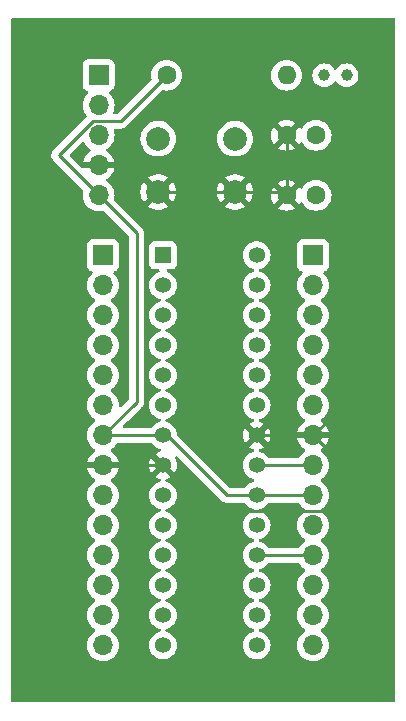
<source format=gbr>
%TF.GenerationSoftware,KiCad,Pcbnew,7.0.5*%
%TF.CreationDate,2024-03-13T05:49:51+05:30*%
%TF.ProjectId,standalone_arduino,7374616e-6461-46c6-9f6e-655f61726475,rev?*%
%TF.SameCoordinates,Original*%
%TF.FileFunction,Copper,L1,Top*%
%TF.FilePolarity,Positive*%
%FSLAX46Y46*%
G04 Gerber Fmt 4.6, Leading zero omitted, Abs format (unit mm)*
G04 Created by KiCad (PCBNEW 7.0.5) date 2024-03-13 05:49:51*
%MOMM*%
%LPD*%
G01*
G04 APERTURE LIST*
%TA.AperFunction,ComponentPad*%
%ADD10O,1.700000X1.700000*%
%TD*%
%TA.AperFunction,ComponentPad*%
%ADD11R,1.700000X1.700000*%
%TD*%
%TA.AperFunction,ComponentPad*%
%ADD12C,1.600000*%
%TD*%
%TA.AperFunction,ComponentPad*%
%ADD13R,1.358000X1.358000*%
%TD*%
%TA.AperFunction,ComponentPad*%
%ADD14C,1.358000*%
%TD*%
%TA.AperFunction,ComponentPad*%
%ADD15O,1.600000X1.600000*%
%TD*%
%TA.AperFunction,ComponentPad*%
%ADD16C,1.000000*%
%TD*%
%TA.AperFunction,ComponentPad*%
%ADD17C,2.000000*%
%TD*%
%TA.AperFunction,Conductor*%
%ADD18C,0.250000*%
%TD*%
G04 APERTURE END LIST*
D10*
%TO.P,Program1,5*%
%TO.N,+5V*%
X160050000Y-71100000D03*
%TO.P,Program1,4*%
%TO.N,GND*%
X160050000Y-68560000D03*
%TO.P,Program1,3*%
%TO.N,/RXD*%
X160050000Y-66020000D03*
%TO.P,Program1,2*%
%TO.N,/TXD*%
X160050000Y-63480000D03*
D11*
%TO.P,Program1,1*%
%TO.N,/RST*%
X160050000Y-60940000D03*
%TD*%
D12*
%TO.P,C1,1*%
%TO.N,GND*%
X175970000Y-66040000D03*
%TO.P,C1,2*%
%TO.N,/XTAL1*%
X178470000Y-66040000D03*
%TD*%
D11*
%TO.P,J1,1*%
%TO.N,/RST*%
X160430000Y-76200000D03*
D10*
%TO.P,J1,2*%
%TO.N,/RXD*%
X160430000Y-78740000D03*
%TO.P,J1,3*%
%TO.N,/TXD*%
X160430000Y-81280000D03*
%TO.P,J1,4*%
%TO.N,/D02*%
X160430000Y-83820000D03*
%TO.P,J1,5*%
%TO.N,/D03*%
X160430000Y-86360000D03*
%TO.P,J1,6*%
%TO.N,/D04*%
X160430000Y-88900000D03*
%TO.P,J1,7*%
%TO.N,+5V*%
X160430000Y-91440000D03*
%TO.P,J1,8*%
%TO.N,GND*%
X160430000Y-93980000D03*
%TO.P,J1,9*%
%TO.N,/XTAL1*%
X160430000Y-96520000D03*
%TO.P,J1,10*%
%TO.N,/XTAL2*%
X160430000Y-99060000D03*
%TO.P,J1,11*%
%TO.N,/D05*%
X160430000Y-101600000D03*
%TO.P,J1,12*%
%TO.N,/D06*%
X160430000Y-104140000D03*
%TO.P,J1,13*%
%TO.N,/D07*%
X160430000Y-106680000D03*
%TO.P,J1,14*%
%TO.N,/D08*%
X160430000Y-109220000D03*
%TD*%
D12*
%TO.P,C2,1*%
%TO.N,GND*%
X175970000Y-71120000D03*
%TO.P,C2,2*%
%TO.N,/XTAL2*%
X178470000Y-71120000D03*
%TD*%
D13*
%TO.P,U1,1,PC6/~{RESET}*%
%TO.N,/RST*%
X165510000Y-76200000D03*
D14*
%TO.P,U1,2,PD0*%
%TO.N,/RXD*%
X165510000Y-78740000D03*
%TO.P,U1,3,PD1*%
%TO.N,/TXD*%
X165510000Y-81280000D03*
%TO.P,U1,4,PD2*%
%TO.N,/D02*%
X165510000Y-83820000D03*
%TO.P,U1,5,PD3*%
%TO.N,/D03*%
X165510000Y-86360000D03*
%TO.P,U1,6,PD4*%
%TO.N,/D04*%
X165510000Y-88900000D03*
%TO.P,U1,7,VCC*%
%TO.N,+5V*%
X165510000Y-91440000D03*
%TO.P,U1,8,GND*%
%TO.N,GND*%
X165510000Y-93980000D03*
%TO.P,U1,9,PB6*%
%TO.N,/XTAL1*%
X165510000Y-96520000D03*
%TO.P,U1,10,PB7*%
%TO.N,/XTAL2*%
X165510000Y-99060000D03*
%TO.P,U1,11,PD5*%
%TO.N,/D05*%
X165510000Y-101600000D03*
%TO.P,U1,12,PD6*%
%TO.N,/D06*%
X165510000Y-104140000D03*
%TO.P,U1,13,PD7*%
%TO.N,/D07*%
X165510000Y-106680000D03*
%TO.P,U1,14,PB0*%
%TO.N,/D08*%
X165510000Y-109220000D03*
%TO.P,U1,15,PB1*%
%TO.N,/D09*%
X173430000Y-109220000D03*
%TO.P,U1,16,PB2*%
%TO.N,/D10*%
X173430000Y-106680000D03*
%TO.P,U1,17,PB3*%
%TO.N,/D11*%
X173430000Y-104140000D03*
%TO.P,U1,18,PB4*%
%TO.N,/D12*%
X173430000Y-101600000D03*
%TO.P,U1,19,PB5*%
%TO.N,/D13*%
X173430000Y-99060000D03*
%TO.P,U1,20,AVCC*%
%TO.N,+5V*%
X173430000Y-96520000D03*
%TO.P,U1,21,AREF*%
%TO.N,/AREF*%
X173430000Y-93980000D03*
%TO.P,U1,22,GND*%
%TO.N,GND*%
X173430000Y-91440000D03*
%TO.P,U1,23,PC0*%
%TO.N,/ADC0*%
X173430000Y-88900000D03*
%TO.P,U1,24,PC1*%
%TO.N,/ADC1*%
X173430000Y-86360000D03*
%TO.P,U1,25,PC2*%
%TO.N,/ADC2*%
X173430000Y-83820000D03*
%TO.P,U1,26,PC3*%
%TO.N,/ADC3*%
X173430000Y-81280000D03*
%TO.P,U1,27,PC4*%
%TO.N,/ADC4*%
X173430000Y-78740000D03*
%TO.P,U1,28,PC5*%
%TO.N,/ADC5*%
X173430000Y-76200000D03*
%TD*%
D12*
%TO.P,R1,1*%
%TO.N,+5V*%
X165810000Y-60960000D03*
D15*
%TO.P,R1,2*%
%TO.N,/RST*%
X175970000Y-60960000D03*
%TD*%
D16*
%TO.P,Y1,1,1*%
%TO.N,/XTAL2*%
X179150000Y-60960000D03*
%TO.P,Y1,2,2*%
%TO.N,/XTAL1*%
X181050000Y-60960000D03*
%TD*%
D11*
%TO.P,J2,1*%
%TO.N,/ADC5*%
X178210000Y-76200000D03*
D10*
%TO.P,J2,2*%
%TO.N,/ADC4*%
X178210000Y-78740000D03*
%TO.P,J2,3*%
%TO.N,/ADC3*%
X178210000Y-81280000D03*
%TO.P,J2,4*%
%TO.N,/ADC2*%
X178210000Y-83820000D03*
%TO.P,J2,5*%
%TO.N,/ADC1*%
X178210000Y-86360000D03*
%TO.P,J2,6*%
%TO.N,/ADC0*%
X178210000Y-88900000D03*
%TO.P,J2,7*%
%TO.N,GND*%
X178210000Y-91440000D03*
%TO.P,J2,8*%
%TO.N,/AREF*%
X178210000Y-93980000D03*
%TO.P,J2,9*%
%TO.N,+5V*%
X178210000Y-96520000D03*
%TO.P,J2,10*%
%TO.N,/D13*%
X178210000Y-99060000D03*
%TO.P,J2,11*%
%TO.N,/D12*%
X178210000Y-101600000D03*
%TO.P,J2,12*%
%TO.N,/D11*%
X178210000Y-104140000D03*
%TO.P,J2,13*%
%TO.N,/D10*%
X178210000Y-106680000D03*
%TO.P,J2,14*%
%TO.N,/D09*%
X178210000Y-109220000D03*
%TD*%
D17*
%TO.P,SW1,1*%
%TO.N,/RST*%
X165100000Y-66330000D03*
X171600000Y-66330000D03*
%TO.P,SW1,2*%
%TO.N,GND*%
X165100000Y-70830000D03*
X171600000Y-70830000D03*
%TD*%
D18*
%TO.N,/D12*%
X173430000Y-101600000D02*
X178210000Y-101600000D01*
%TO.N,GND*%
X178210000Y-91440000D02*
X173430000Y-91440000D01*
%TO.N,+5V*%
X159563299Y-64845000D02*
X156679150Y-67729150D01*
X161925000Y-64845000D02*
X159563299Y-64845000D01*
X165810000Y-60960000D02*
X161925000Y-64845000D01*
X156679150Y-67729150D02*
X160050000Y-71100000D01*
%TO.N,GND*%
X162830000Y-68560000D02*
X165100000Y-70830000D01*
X160050000Y-68560000D02*
X162830000Y-68560000D01*
%TO.N,+5V*%
X163270000Y-88600000D02*
X163270000Y-74320000D01*
X163270000Y-74320000D02*
X160050000Y-71100000D01*
X160430000Y-91440000D02*
X163270000Y-88600000D01*
%TO.N,GND*%
X181050000Y-94280000D02*
X178210000Y-91440000D01*
X181050000Y-97885000D02*
X181050000Y-94280000D01*
X169415000Y-97885000D02*
X181050000Y-97885000D01*
X165510000Y-93980000D02*
X169415000Y-97885000D01*
X181050000Y-88600000D02*
X178210000Y-91440000D01*
X181050000Y-76200000D02*
X181050000Y-88600000D01*
X175970000Y-71120000D02*
X181050000Y-76200000D01*
X160430000Y-93980000D02*
X165510000Y-93980000D01*
%TO.N,+5V*%
X160430000Y-91440000D02*
X165510000Y-91440000D01*
X165810000Y-91440000D02*
X165510000Y-91440000D01*
X170890000Y-96520000D02*
X165810000Y-91440000D01*
X173430000Y-96520000D02*
X170890000Y-96520000D01*
X178210000Y-96520000D02*
X173430000Y-96520000D01*
%TO.N,/AREF*%
X178210000Y-93980000D02*
X173430000Y-93980000D01*
%TO.N,GND*%
X175970000Y-71120000D02*
X175970000Y-66040000D01*
X175680000Y-70830000D02*
X175970000Y-71120000D01*
X171600000Y-70830000D02*
X175680000Y-70830000D01*
X165100000Y-70830000D02*
X171600000Y-70830000D01*
%TD*%
%TA.AperFunction,Conductor*%
%TO.N,GND*%
G36*
X177001812Y-97165185D02*
G01*
X177036348Y-97198377D01*
X177171501Y-97391396D01*
X177171506Y-97391402D01*
X177338597Y-97558493D01*
X177338603Y-97558498D01*
X177524158Y-97688425D01*
X177567783Y-97743002D01*
X177574977Y-97812500D01*
X177543454Y-97874855D01*
X177524158Y-97891575D01*
X177338597Y-98021505D01*
X177171505Y-98188597D01*
X177035965Y-98382169D01*
X177035964Y-98382171D01*
X176936098Y-98596335D01*
X176936094Y-98596344D01*
X176874938Y-98824586D01*
X176874936Y-98824596D01*
X176854341Y-99059999D01*
X176854341Y-99060000D01*
X176874936Y-99295403D01*
X176874938Y-99295413D01*
X176936094Y-99523655D01*
X176936096Y-99523659D01*
X176936097Y-99523663D01*
X177010668Y-99683581D01*
X177035965Y-99737830D01*
X177035967Y-99737834D01*
X177171501Y-99931395D01*
X177171506Y-99931402D01*
X177338597Y-100098493D01*
X177338603Y-100098498D01*
X177524158Y-100228425D01*
X177567783Y-100283002D01*
X177574977Y-100352500D01*
X177543454Y-100414855D01*
X177524158Y-100431575D01*
X177338597Y-100561505D01*
X177171505Y-100728597D01*
X177036348Y-100921623D01*
X176981771Y-100965248D01*
X176934773Y-100974500D01*
X174497427Y-100974500D01*
X174430388Y-100954815D01*
X174398473Y-100925227D01*
X174305395Y-100801972D01*
X174224907Y-100728597D01*
X174143853Y-100654706D01*
X174143850Y-100654704D01*
X174143849Y-100654703D01*
X173958004Y-100539633D01*
X173957998Y-100539630D01*
X173797351Y-100477396D01*
X173754168Y-100460667D01*
X173707204Y-100451887D01*
X173644926Y-100420221D01*
X173609653Y-100359908D01*
X173612587Y-100290100D01*
X173652796Y-100232960D01*
X173707204Y-100208112D01*
X173754168Y-100199333D01*
X173958001Y-100120368D01*
X174143853Y-100005294D01*
X174305395Y-99858028D01*
X174437127Y-99683587D01*
X174534563Y-99487910D01*
X174594384Y-99277661D01*
X174614553Y-99060000D01*
X174594384Y-98842339D01*
X174534563Y-98632090D01*
X174516764Y-98596344D01*
X174437130Y-98436418D01*
X174437125Y-98436410D01*
X174305395Y-98261972D01*
X174224907Y-98188597D01*
X174143853Y-98114706D01*
X174143850Y-98114704D01*
X174143849Y-98114703D01*
X173958004Y-97999633D01*
X173957998Y-97999630D01*
X173797351Y-97937396D01*
X173754168Y-97920667D01*
X173707204Y-97911887D01*
X173644926Y-97880221D01*
X173609653Y-97819908D01*
X173612587Y-97750100D01*
X173652796Y-97692960D01*
X173707204Y-97668112D01*
X173754168Y-97659333D01*
X173958001Y-97580368D01*
X174143853Y-97465294D01*
X174305395Y-97318028D01*
X174398472Y-97194773D01*
X174454582Y-97153137D01*
X174497427Y-97145500D01*
X176934773Y-97145500D01*
X177001812Y-97165185D01*
G37*
%TD.AperFunction*%
%TA.AperFunction,Conductor*%
G36*
X158792425Y-66602977D02*
G01*
X158848358Y-66644849D01*
X158861472Y-66666752D01*
X158875963Y-66697828D01*
X158875965Y-66697831D01*
X158923328Y-66765472D01*
X159011505Y-66891401D01*
X159178599Y-67058495D01*
X159338034Y-67170133D01*
X159364594Y-67188730D01*
X159408219Y-67243307D01*
X159415413Y-67312805D01*
X159383890Y-67375160D01*
X159364595Y-67391880D01*
X159178922Y-67521890D01*
X159178920Y-67521891D01*
X159011891Y-67688920D01*
X159011886Y-67688926D01*
X158876400Y-67882420D01*
X158876399Y-67882422D01*
X158776570Y-68096507D01*
X158776567Y-68096513D01*
X158719364Y-68309999D01*
X158719364Y-68310000D01*
X159616314Y-68310000D01*
X159590507Y-68350156D01*
X159550000Y-68488111D01*
X159550000Y-68631889D01*
X159590507Y-68769844D01*
X159616314Y-68810000D01*
X158695953Y-68810000D01*
X158628914Y-68790315D01*
X158608272Y-68773681D01*
X157651421Y-67816830D01*
X157617936Y-67755507D01*
X157622920Y-67685815D01*
X157651421Y-67641468D01*
X158122758Y-67170131D01*
X158661412Y-66631476D01*
X158722733Y-66597993D01*
X158792425Y-66602977D01*
G37*
%TD.AperFunction*%
%TA.AperFunction,Conductor*%
G36*
X185112539Y-56150185D02*
G01*
X185158294Y-56202989D01*
X185169500Y-56254500D01*
X185169500Y-113925500D01*
X185149815Y-113992539D01*
X185097011Y-114038294D01*
X185045500Y-114049500D01*
X152774500Y-114049500D01*
X152707461Y-114029815D01*
X152661706Y-113977011D01*
X152650500Y-113925500D01*
X152650500Y-67709348D01*
X156048990Y-67709348D01*
X156054392Y-67766502D01*
X156054637Y-67770389D01*
X156056440Y-67827777D01*
X156058720Y-67835622D01*
X156063093Y-67858542D01*
X156063862Y-67866681D01*
X156083311Y-67920703D01*
X156084514Y-67924407D01*
X156100531Y-67979539D01*
X156100532Y-67979542D01*
X156104693Y-67986578D01*
X156114627Y-68007687D01*
X156117396Y-68015377D01*
X156117397Y-68015380D01*
X156149663Y-68062858D01*
X156151750Y-68066146D01*
X156180976Y-68115564D01*
X156180980Y-68115570D01*
X156180983Y-68115573D01*
X156186752Y-68121342D01*
X156201626Y-68139320D01*
X156206226Y-68146088D01*
X156206232Y-68146093D01*
X156249296Y-68184059D01*
X156252120Y-68186710D01*
X157496492Y-69431082D01*
X158709762Y-70644352D01*
X158743247Y-70705675D01*
X158741856Y-70764126D01*
X158714938Y-70864586D01*
X158714936Y-70864596D01*
X158694341Y-71099999D01*
X158694341Y-71100000D01*
X158714936Y-71335403D01*
X158714938Y-71335413D01*
X158776094Y-71563655D01*
X158776096Y-71563659D01*
X158776097Y-71563663D01*
X158839617Y-71699882D01*
X158875965Y-71777830D01*
X158875967Y-71777834D01*
X158923328Y-71845472D01*
X159011505Y-71971401D01*
X159178599Y-72138495D01*
X159265045Y-72199025D01*
X159372165Y-72274032D01*
X159372167Y-72274033D01*
X159372170Y-72274035D01*
X159586337Y-72373903D01*
X159814592Y-72435063D01*
X160002918Y-72451539D01*
X160049999Y-72455659D01*
X160050000Y-72455659D01*
X160050001Y-72455659D01*
X160089234Y-72452226D01*
X160285408Y-72435063D01*
X160385873Y-72408143D01*
X160455722Y-72409806D01*
X160505647Y-72440237D01*
X162608181Y-74542771D01*
X162641666Y-74604094D01*
X162644500Y-74630452D01*
X162644500Y-88289546D01*
X162624815Y-88356585D01*
X162608181Y-88377227D01*
X161997340Y-88988068D01*
X161936017Y-89021553D01*
X161866325Y-89016569D01*
X161810392Y-88974697D01*
X161785975Y-88909233D01*
X161785659Y-88900387D01*
X161785659Y-88899999D01*
X161774801Y-88775893D01*
X161765063Y-88664592D01*
X161703903Y-88436337D01*
X161604035Y-88222171D01*
X161519872Y-88101972D01*
X161468494Y-88028597D01*
X161301402Y-87861506D01*
X161301401Y-87861505D01*
X161157390Y-87760667D01*
X161115841Y-87731574D01*
X161072216Y-87676997D01*
X161065024Y-87607498D01*
X161096546Y-87545144D01*
X161115836Y-87528428D01*
X161301401Y-87398495D01*
X161468495Y-87231401D01*
X161604035Y-87037830D01*
X161703903Y-86823663D01*
X161765063Y-86595408D01*
X161785659Y-86360000D01*
X161765063Y-86124592D01*
X161703903Y-85896337D01*
X161604035Y-85682171D01*
X161519872Y-85561972D01*
X161468494Y-85488597D01*
X161301402Y-85321506D01*
X161301396Y-85321501D01*
X161115842Y-85191575D01*
X161072217Y-85136998D01*
X161065023Y-85067500D01*
X161096546Y-85005145D01*
X161115842Y-84988425D01*
X161144853Y-84968111D01*
X161301401Y-84858495D01*
X161468495Y-84691401D01*
X161604035Y-84497830D01*
X161703903Y-84283663D01*
X161765063Y-84055408D01*
X161785659Y-83820000D01*
X161765063Y-83584592D01*
X161703903Y-83356337D01*
X161604035Y-83142171D01*
X161519872Y-83021972D01*
X161468494Y-82948597D01*
X161301402Y-82781506D01*
X161301401Y-82781505D01*
X161157390Y-82680667D01*
X161115841Y-82651574D01*
X161072216Y-82596997D01*
X161065024Y-82527498D01*
X161096546Y-82465144D01*
X161115836Y-82448428D01*
X161301401Y-82318495D01*
X161468495Y-82151401D01*
X161604035Y-81957830D01*
X161703903Y-81743663D01*
X161765063Y-81515408D01*
X161785659Y-81280000D01*
X161765063Y-81044592D01*
X161703903Y-80816337D01*
X161604035Y-80602171D01*
X161519872Y-80481972D01*
X161468494Y-80408597D01*
X161301402Y-80241506D01*
X161301396Y-80241501D01*
X161115842Y-80111575D01*
X161072217Y-80056998D01*
X161065023Y-79987500D01*
X161096546Y-79925145D01*
X161115842Y-79908425D01*
X161144853Y-79888111D01*
X161301401Y-79778495D01*
X161468495Y-79611401D01*
X161604035Y-79417830D01*
X161703903Y-79203663D01*
X161765063Y-78975408D01*
X161785659Y-78740000D01*
X161765063Y-78504592D01*
X161703903Y-78276337D01*
X161604035Y-78062171D01*
X161468495Y-77868599D01*
X161346567Y-77746671D01*
X161313084Y-77685351D01*
X161318068Y-77615659D01*
X161359939Y-77559725D01*
X161390915Y-77542810D01*
X161522331Y-77493796D01*
X161637546Y-77407546D01*
X161723796Y-77292331D01*
X161774091Y-77157483D01*
X161780500Y-77097873D01*
X161780499Y-75302128D01*
X161774091Y-75242517D01*
X161744602Y-75163454D01*
X161723797Y-75107671D01*
X161723793Y-75107664D01*
X161637547Y-74992455D01*
X161637544Y-74992452D01*
X161522335Y-74906206D01*
X161522328Y-74906202D01*
X161387482Y-74855908D01*
X161387483Y-74855908D01*
X161327883Y-74849501D01*
X161327881Y-74849500D01*
X161327873Y-74849500D01*
X161327864Y-74849500D01*
X159532129Y-74849500D01*
X159532123Y-74849501D01*
X159472516Y-74855908D01*
X159337671Y-74906202D01*
X159337664Y-74906206D01*
X159222455Y-74992452D01*
X159222452Y-74992455D01*
X159136206Y-75107664D01*
X159136202Y-75107671D01*
X159085908Y-75242517D01*
X159079501Y-75302116D01*
X159079501Y-75302123D01*
X159079500Y-75302135D01*
X159079500Y-77097870D01*
X159079501Y-77097876D01*
X159085908Y-77157483D01*
X159136202Y-77292328D01*
X159136206Y-77292335D01*
X159222452Y-77407544D01*
X159222455Y-77407547D01*
X159337664Y-77493793D01*
X159337671Y-77493797D01*
X159469081Y-77542810D01*
X159525015Y-77584681D01*
X159549432Y-77650145D01*
X159534580Y-77718418D01*
X159513430Y-77746673D01*
X159391503Y-77868600D01*
X159255965Y-78062169D01*
X159255964Y-78062171D01*
X159156098Y-78276335D01*
X159156094Y-78276344D01*
X159094938Y-78504586D01*
X159094936Y-78504596D01*
X159074341Y-78739999D01*
X159074341Y-78740000D01*
X159094936Y-78975403D01*
X159094938Y-78975413D01*
X159156094Y-79203655D01*
X159156096Y-79203659D01*
X159156097Y-79203663D01*
X159230668Y-79363581D01*
X159255965Y-79417830D01*
X159255967Y-79417834D01*
X159391501Y-79611395D01*
X159391506Y-79611402D01*
X159558597Y-79778493D01*
X159558603Y-79778498D01*
X159744158Y-79908425D01*
X159787783Y-79963002D01*
X159794977Y-80032500D01*
X159763454Y-80094855D01*
X159744158Y-80111575D01*
X159558597Y-80241505D01*
X159391505Y-80408597D01*
X159255965Y-80602169D01*
X159255964Y-80602171D01*
X159156098Y-80816335D01*
X159156094Y-80816344D01*
X159094938Y-81044586D01*
X159094936Y-81044596D01*
X159074341Y-81279999D01*
X159074341Y-81280000D01*
X159094936Y-81515403D01*
X159094938Y-81515413D01*
X159156094Y-81743655D01*
X159156096Y-81743659D01*
X159156097Y-81743663D01*
X159230668Y-81903581D01*
X159255965Y-81957830D01*
X159255967Y-81957834D01*
X159391501Y-82151395D01*
X159391506Y-82151402D01*
X159558597Y-82318493D01*
X159558603Y-82318498D01*
X159744158Y-82448425D01*
X159787783Y-82503002D01*
X159794977Y-82572500D01*
X159763454Y-82634855D01*
X159744158Y-82651575D01*
X159558597Y-82781505D01*
X159391505Y-82948597D01*
X159255965Y-83142169D01*
X159255964Y-83142171D01*
X159156098Y-83356335D01*
X159156094Y-83356344D01*
X159094938Y-83584586D01*
X159094936Y-83584596D01*
X159074341Y-83819999D01*
X159074341Y-83820000D01*
X159094936Y-84055403D01*
X159094938Y-84055413D01*
X159156094Y-84283655D01*
X159156096Y-84283659D01*
X159156097Y-84283663D01*
X159230668Y-84443581D01*
X159255965Y-84497830D01*
X159255967Y-84497834D01*
X159391501Y-84691395D01*
X159391506Y-84691402D01*
X159558597Y-84858493D01*
X159558603Y-84858498D01*
X159744158Y-84988425D01*
X159787783Y-85043002D01*
X159794977Y-85112500D01*
X159763454Y-85174855D01*
X159744158Y-85191575D01*
X159558597Y-85321505D01*
X159391505Y-85488597D01*
X159255965Y-85682169D01*
X159255964Y-85682171D01*
X159156098Y-85896335D01*
X159156094Y-85896344D01*
X159094938Y-86124586D01*
X159094936Y-86124596D01*
X159074341Y-86359999D01*
X159074341Y-86360000D01*
X159094936Y-86595403D01*
X159094938Y-86595413D01*
X159156094Y-86823655D01*
X159156096Y-86823659D01*
X159156097Y-86823663D01*
X159230668Y-86983581D01*
X159255965Y-87037830D01*
X159255967Y-87037834D01*
X159391501Y-87231395D01*
X159391506Y-87231402D01*
X159558597Y-87398493D01*
X159558603Y-87398498D01*
X159744158Y-87528425D01*
X159787783Y-87583002D01*
X159794977Y-87652500D01*
X159763454Y-87714855D01*
X159744158Y-87731575D01*
X159558597Y-87861505D01*
X159391505Y-88028597D01*
X159255965Y-88222169D01*
X159255964Y-88222171D01*
X159156098Y-88436335D01*
X159156094Y-88436344D01*
X159094938Y-88664586D01*
X159094936Y-88664596D01*
X159074341Y-88899999D01*
X159074341Y-88900000D01*
X159094936Y-89135403D01*
X159094938Y-89135413D01*
X159156094Y-89363655D01*
X159156096Y-89363659D01*
X159156097Y-89363663D01*
X159230668Y-89523581D01*
X159255965Y-89577830D01*
X159255967Y-89577834D01*
X159391501Y-89771395D01*
X159391506Y-89771402D01*
X159558597Y-89938493D01*
X159558603Y-89938498D01*
X159744158Y-90068425D01*
X159787783Y-90123002D01*
X159794977Y-90192500D01*
X159763454Y-90254855D01*
X159744158Y-90271575D01*
X159558597Y-90401505D01*
X159391505Y-90568597D01*
X159255965Y-90762169D01*
X159255964Y-90762171D01*
X159156098Y-90976335D01*
X159156094Y-90976344D01*
X159094938Y-91204586D01*
X159094936Y-91204596D01*
X159074341Y-91439999D01*
X159074341Y-91440000D01*
X159094936Y-91675403D01*
X159094938Y-91675413D01*
X159156094Y-91903655D01*
X159156096Y-91903659D01*
X159156097Y-91903663D01*
X159255847Y-92117578D01*
X159255965Y-92117830D01*
X159255967Y-92117834D01*
X159364281Y-92272521D01*
X159391505Y-92311401D01*
X159558599Y-92478495D01*
X159702610Y-92579333D01*
X159744594Y-92608730D01*
X159788219Y-92663307D01*
X159795413Y-92732805D01*
X159763890Y-92795160D01*
X159744595Y-92811880D01*
X159558922Y-92941890D01*
X159558920Y-92941891D01*
X159391891Y-93108920D01*
X159391886Y-93108926D01*
X159256400Y-93302420D01*
X159256399Y-93302422D01*
X159156570Y-93516507D01*
X159156567Y-93516513D01*
X159099364Y-93729999D01*
X159099364Y-93730000D01*
X159996314Y-93730000D01*
X159970507Y-93770156D01*
X159930000Y-93908111D01*
X159930000Y-94051889D01*
X159970507Y-94189844D01*
X159996314Y-94230000D01*
X159099364Y-94230000D01*
X159156567Y-94443486D01*
X159156570Y-94443492D01*
X159256399Y-94657578D01*
X159391894Y-94851082D01*
X159558917Y-95018105D01*
X159744595Y-95148119D01*
X159788219Y-95202696D01*
X159795412Y-95272195D01*
X159763890Y-95334549D01*
X159744595Y-95351269D01*
X159558594Y-95481508D01*
X159391505Y-95648597D01*
X159255965Y-95842169D01*
X159255964Y-95842171D01*
X159156098Y-96056335D01*
X159156094Y-96056344D01*
X159094938Y-96284586D01*
X159094936Y-96284596D01*
X159074341Y-96519999D01*
X159074341Y-96520000D01*
X159094936Y-96755403D01*
X159094938Y-96755413D01*
X159156094Y-96983655D01*
X159156096Y-96983659D01*
X159156097Y-96983663D01*
X159255964Y-97197830D01*
X159255965Y-97197830D01*
X159255967Y-97197834D01*
X159364281Y-97352521D01*
X159391501Y-97391396D01*
X159391506Y-97391402D01*
X159558597Y-97558493D01*
X159558603Y-97558498D01*
X159744158Y-97688425D01*
X159787783Y-97743002D01*
X159794977Y-97812500D01*
X159763454Y-97874855D01*
X159744158Y-97891575D01*
X159558597Y-98021505D01*
X159391505Y-98188597D01*
X159255965Y-98382169D01*
X159255964Y-98382171D01*
X159156098Y-98596335D01*
X159156094Y-98596344D01*
X159094938Y-98824586D01*
X159094936Y-98824596D01*
X159074341Y-99059999D01*
X159074341Y-99060000D01*
X159094936Y-99295403D01*
X159094938Y-99295413D01*
X159156094Y-99523655D01*
X159156096Y-99523659D01*
X159156097Y-99523663D01*
X159230668Y-99683581D01*
X159255965Y-99737830D01*
X159255967Y-99737834D01*
X159391501Y-99931395D01*
X159391506Y-99931402D01*
X159558597Y-100098493D01*
X159558603Y-100098498D01*
X159744158Y-100228425D01*
X159787783Y-100283002D01*
X159794977Y-100352500D01*
X159763454Y-100414855D01*
X159744158Y-100431575D01*
X159558597Y-100561505D01*
X159391505Y-100728597D01*
X159255965Y-100922169D01*
X159255964Y-100922171D01*
X159156098Y-101136335D01*
X159156094Y-101136344D01*
X159094938Y-101364586D01*
X159094936Y-101364596D01*
X159074341Y-101599999D01*
X159074341Y-101600000D01*
X159094936Y-101835403D01*
X159094938Y-101835413D01*
X159156094Y-102063655D01*
X159156096Y-102063659D01*
X159156097Y-102063663D01*
X159255965Y-102277829D01*
X159255965Y-102277830D01*
X159255967Y-102277834D01*
X159364281Y-102432521D01*
X159391501Y-102471396D01*
X159391506Y-102471402D01*
X159558597Y-102638493D01*
X159558603Y-102638498D01*
X159744158Y-102768425D01*
X159787783Y-102823002D01*
X159794977Y-102892500D01*
X159763454Y-102954855D01*
X159744158Y-102971575D01*
X159558597Y-103101505D01*
X159391505Y-103268597D01*
X159255965Y-103462169D01*
X159255964Y-103462171D01*
X159156098Y-103676335D01*
X159156094Y-103676344D01*
X159094938Y-103904586D01*
X159094936Y-103904596D01*
X159074341Y-104139999D01*
X159074341Y-104140000D01*
X159094936Y-104375403D01*
X159094938Y-104375413D01*
X159156094Y-104603655D01*
X159156096Y-104603659D01*
X159156097Y-104603663D01*
X159230668Y-104763581D01*
X159255965Y-104817830D01*
X159255967Y-104817834D01*
X159391501Y-105011395D01*
X159391506Y-105011402D01*
X159558597Y-105178493D01*
X159558603Y-105178498D01*
X159744158Y-105308425D01*
X159787783Y-105363002D01*
X159794977Y-105432500D01*
X159763454Y-105494855D01*
X159744158Y-105511575D01*
X159558597Y-105641505D01*
X159391505Y-105808597D01*
X159255965Y-106002169D01*
X159255964Y-106002171D01*
X159156098Y-106216335D01*
X159156094Y-106216344D01*
X159094938Y-106444586D01*
X159094936Y-106444596D01*
X159074341Y-106679999D01*
X159074341Y-106680000D01*
X159094936Y-106915403D01*
X159094938Y-106915413D01*
X159156094Y-107143655D01*
X159156096Y-107143659D01*
X159156097Y-107143663D01*
X159230668Y-107303581D01*
X159255965Y-107357830D01*
X159255967Y-107357834D01*
X159391501Y-107551395D01*
X159391506Y-107551402D01*
X159558597Y-107718493D01*
X159558603Y-107718498D01*
X159744158Y-107848425D01*
X159787783Y-107903002D01*
X159794977Y-107972500D01*
X159763454Y-108034855D01*
X159744158Y-108051575D01*
X159558597Y-108181505D01*
X159391505Y-108348597D01*
X159255965Y-108542169D01*
X159255964Y-108542171D01*
X159156098Y-108756335D01*
X159156094Y-108756344D01*
X159094938Y-108984586D01*
X159094936Y-108984596D01*
X159074341Y-109219999D01*
X159074341Y-109220000D01*
X159094936Y-109455403D01*
X159094938Y-109455413D01*
X159156094Y-109683655D01*
X159156096Y-109683659D01*
X159156097Y-109683663D01*
X159230668Y-109843581D01*
X159255965Y-109897830D01*
X159255967Y-109897834D01*
X159364281Y-110052521D01*
X159391505Y-110091401D01*
X159558599Y-110258495D01*
X159655384Y-110326265D01*
X159752165Y-110394032D01*
X159752167Y-110394033D01*
X159752170Y-110394035D01*
X159966337Y-110493903D01*
X160194592Y-110555063D01*
X160382918Y-110571539D01*
X160429999Y-110575659D01*
X160430000Y-110575659D01*
X160430001Y-110575659D01*
X160469234Y-110572226D01*
X160665408Y-110555063D01*
X160893663Y-110493903D01*
X161107830Y-110394035D01*
X161301401Y-110258495D01*
X161468495Y-110091401D01*
X161604035Y-109897830D01*
X161703903Y-109683663D01*
X161765063Y-109455408D01*
X161785659Y-109220000D01*
X161765063Y-108984592D01*
X161703903Y-108756337D01*
X161604035Y-108542171D01*
X161519872Y-108421972D01*
X161468494Y-108348597D01*
X161301402Y-108181506D01*
X161301401Y-108181505D01*
X161157390Y-108080667D01*
X161115841Y-108051574D01*
X161072216Y-107996997D01*
X161065024Y-107927498D01*
X161096546Y-107865144D01*
X161115836Y-107848428D01*
X161301401Y-107718495D01*
X161468495Y-107551401D01*
X161604035Y-107357830D01*
X161703903Y-107143663D01*
X161765063Y-106915408D01*
X161785659Y-106680000D01*
X161765063Y-106444592D01*
X161703903Y-106216337D01*
X161604035Y-106002171D01*
X161519872Y-105881972D01*
X161468494Y-105808597D01*
X161301402Y-105641506D01*
X161301396Y-105641501D01*
X161115842Y-105511575D01*
X161072217Y-105456998D01*
X161065023Y-105387500D01*
X161096546Y-105325145D01*
X161115842Y-105308425D01*
X161144853Y-105288111D01*
X161301401Y-105178495D01*
X161468495Y-105011401D01*
X161604035Y-104817830D01*
X161703903Y-104603663D01*
X161765063Y-104375408D01*
X161785659Y-104140000D01*
X161765063Y-103904592D01*
X161703903Y-103676337D01*
X161604035Y-103462171D01*
X161519872Y-103341972D01*
X161468494Y-103268597D01*
X161301402Y-103101506D01*
X161301401Y-103101505D01*
X161157390Y-103000667D01*
X161115841Y-102971574D01*
X161072216Y-102916997D01*
X161065024Y-102847498D01*
X161096546Y-102785144D01*
X161115836Y-102768428D01*
X161301401Y-102638495D01*
X161468495Y-102471401D01*
X161604035Y-102277830D01*
X161703903Y-102063663D01*
X161765063Y-101835408D01*
X161785659Y-101600000D01*
X161765063Y-101364592D01*
X161703903Y-101136337D01*
X161604035Y-100922171D01*
X161603652Y-100921623D01*
X161468494Y-100728597D01*
X161301402Y-100561506D01*
X161301396Y-100561501D01*
X161115842Y-100431575D01*
X161072217Y-100376998D01*
X161065023Y-100307500D01*
X161096546Y-100245145D01*
X161115842Y-100228425D01*
X161144853Y-100208111D01*
X161301401Y-100098495D01*
X161468495Y-99931401D01*
X161604035Y-99737830D01*
X161703903Y-99523663D01*
X161765063Y-99295408D01*
X161785659Y-99060000D01*
X161765063Y-98824592D01*
X161703903Y-98596337D01*
X161604035Y-98382171D01*
X161519872Y-98261972D01*
X161468494Y-98188597D01*
X161301402Y-98021506D01*
X161301401Y-98021505D01*
X161157390Y-97920667D01*
X161115841Y-97891574D01*
X161072216Y-97836997D01*
X161065024Y-97767498D01*
X161096546Y-97705144D01*
X161115836Y-97688428D01*
X161301401Y-97558495D01*
X161468495Y-97391401D01*
X161604035Y-97197830D01*
X161703903Y-96983663D01*
X161765063Y-96755408D01*
X161785659Y-96520000D01*
X161765063Y-96284592D01*
X161703903Y-96056337D01*
X161604035Y-95842171D01*
X161603652Y-95841623D01*
X161468494Y-95648597D01*
X161301402Y-95481506D01*
X161301401Y-95481505D01*
X161115405Y-95351269D01*
X161071781Y-95296692D01*
X161064588Y-95227193D01*
X161096110Y-95164839D01*
X161115405Y-95148119D01*
X161301082Y-95018105D01*
X161468105Y-94851082D01*
X161603600Y-94657578D01*
X161703429Y-94443492D01*
X161703432Y-94443486D01*
X161760636Y-94230000D01*
X160863686Y-94230000D01*
X160889493Y-94189844D01*
X160930000Y-94051889D01*
X160930000Y-93908111D01*
X160889493Y-93770156D01*
X160863686Y-93730000D01*
X161760636Y-93730000D01*
X161760635Y-93729999D01*
X161703432Y-93516513D01*
X161703429Y-93516507D01*
X161603600Y-93302422D01*
X161603599Y-93302420D01*
X161468113Y-93108926D01*
X161468108Y-93108920D01*
X161301078Y-92941890D01*
X161115405Y-92811879D01*
X161071780Y-92757302D01*
X161064588Y-92687804D01*
X161096110Y-92625449D01*
X161115406Y-92608730D01*
X161145216Y-92587857D01*
X161301401Y-92478495D01*
X161468495Y-92311401D01*
X161603651Y-92118377D01*
X161658229Y-92074752D01*
X161705227Y-92065500D01*
X164442573Y-92065500D01*
X164509612Y-92085185D01*
X164541527Y-92114773D01*
X164634605Y-92238028D01*
X164796147Y-92385294D01*
X164796149Y-92385295D01*
X164796150Y-92385296D01*
X164981995Y-92500366D01*
X164982001Y-92500369D01*
X165185829Y-92579332D01*
X165185832Y-92579333D01*
X165234152Y-92588365D01*
X165296430Y-92620031D01*
X165331704Y-92680343D01*
X165328771Y-92750151D01*
X165288562Y-92807292D01*
X165234152Y-92832141D01*
X165185978Y-92841147D01*
X165185970Y-92841149D01*
X164982225Y-92920080D01*
X164982219Y-92920082D01*
X164871927Y-92988372D01*
X164871926Y-92988373D01*
X165443748Y-93560195D01*
X165377031Y-93570762D01*
X165257077Y-93631882D01*
X165161882Y-93727077D01*
X165100762Y-93847031D01*
X165090195Y-93913748D01*
X164516131Y-93339684D01*
X164516130Y-93339685D01*
X164503300Y-93356676D01*
X164405906Y-93552267D01*
X164346109Y-93762435D01*
X164325949Y-93979999D01*
X164325949Y-93980000D01*
X164346109Y-94197564D01*
X164405906Y-94407732D01*
X164503296Y-94603317D01*
X164503301Y-94603325D01*
X164516131Y-94620314D01*
X165090195Y-94046250D01*
X165100762Y-94112969D01*
X165161882Y-94232923D01*
X165257077Y-94328118D01*
X165377031Y-94389238D01*
X165443747Y-94399804D01*
X164871926Y-94971625D01*
X164982218Y-95039916D01*
X165185971Y-95118850D01*
X165234150Y-95127857D01*
X165296431Y-95159525D01*
X165331704Y-95219838D01*
X165328770Y-95289646D01*
X165288561Y-95346786D01*
X165234151Y-95371634D01*
X165185833Y-95380666D01*
X164982001Y-95459630D01*
X164981995Y-95459633D01*
X164796150Y-95574703D01*
X164634604Y-95721972D01*
X164502874Y-95896410D01*
X164502869Y-95896418D01*
X164405441Y-96092079D01*
X164405435Y-96092094D01*
X164345616Y-96302337D01*
X164345615Y-96302339D01*
X164325447Y-96519999D01*
X164325447Y-96520000D01*
X164345615Y-96737660D01*
X164345616Y-96737662D01*
X164405435Y-96947905D01*
X164405441Y-96947920D01*
X164502869Y-97143581D01*
X164502874Y-97143589D01*
X164634604Y-97318027D01*
X164634605Y-97318028D01*
X164796147Y-97465294D01*
X164796149Y-97465295D01*
X164796150Y-97465296D01*
X164981995Y-97580366D01*
X164982001Y-97580369D01*
X165049943Y-97606689D01*
X165185832Y-97659333D01*
X165232795Y-97668112D01*
X165295073Y-97699780D01*
X165330346Y-97760092D01*
X165327412Y-97829900D01*
X165287203Y-97887040D01*
X165232795Y-97911887D01*
X165185832Y-97920667D01*
X165185830Y-97920667D01*
X165185828Y-97920668D01*
X164982001Y-97999630D01*
X164981995Y-97999633D01*
X164796150Y-98114703D01*
X164634604Y-98261972D01*
X164502874Y-98436410D01*
X164502869Y-98436418D01*
X164405441Y-98632079D01*
X164405435Y-98632094D01*
X164345616Y-98842337D01*
X164345615Y-98842339D01*
X164325447Y-99059999D01*
X164325447Y-99060000D01*
X164345615Y-99277660D01*
X164345616Y-99277662D01*
X164405435Y-99487905D01*
X164405441Y-99487920D01*
X164502869Y-99683581D01*
X164502874Y-99683589D01*
X164634604Y-99858027D01*
X164634605Y-99858028D01*
X164796147Y-100005294D01*
X164796149Y-100005295D01*
X164796150Y-100005296D01*
X164981995Y-100120366D01*
X164982001Y-100120369D01*
X165049943Y-100146689D01*
X165185832Y-100199333D01*
X165232795Y-100208112D01*
X165295073Y-100239780D01*
X165330346Y-100300092D01*
X165327412Y-100369900D01*
X165287203Y-100427040D01*
X165232795Y-100451887D01*
X165185832Y-100460667D01*
X165185830Y-100460667D01*
X165185828Y-100460668D01*
X164982001Y-100539630D01*
X164981995Y-100539633D01*
X164796150Y-100654703D01*
X164634604Y-100801972D01*
X164502874Y-100976410D01*
X164502869Y-100976418D01*
X164405441Y-101172079D01*
X164405435Y-101172094D01*
X164345616Y-101382337D01*
X164345615Y-101382339D01*
X164325447Y-101599999D01*
X164325447Y-101600000D01*
X164345615Y-101817660D01*
X164345616Y-101817662D01*
X164405435Y-102027905D01*
X164405441Y-102027920D01*
X164502869Y-102223581D01*
X164502874Y-102223589D01*
X164634604Y-102398027D01*
X164634605Y-102398028D01*
X164796147Y-102545294D01*
X164796149Y-102545295D01*
X164796150Y-102545296D01*
X164981995Y-102660366D01*
X164982001Y-102660369D01*
X165049943Y-102686689D01*
X165185832Y-102739333D01*
X165232795Y-102748112D01*
X165295073Y-102779780D01*
X165330346Y-102840092D01*
X165327412Y-102909900D01*
X165287203Y-102967040D01*
X165232795Y-102991887D01*
X165185832Y-103000667D01*
X165185830Y-103000667D01*
X165185828Y-103000668D01*
X164982001Y-103079630D01*
X164981995Y-103079633D01*
X164796150Y-103194703D01*
X164634604Y-103341972D01*
X164502874Y-103516410D01*
X164502869Y-103516418D01*
X164405441Y-103712079D01*
X164405435Y-103712094D01*
X164345616Y-103922337D01*
X164345615Y-103922339D01*
X164325447Y-104139999D01*
X164325447Y-104140000D01*
X164345615Y-104357660D01*
X164345616Y-104357662D01*
X164405435Y-104567905D01*
X164405441Y-104567920D01*
X164502869Y-104763581D01*
X164502874Y-104763589D01*
X164634604Y-104938027D01*
X164634605Y-104938028D01*
X164796147Y-105085294D01*
X164796149Y-105085295D01*
X164796150Y-105085296D01*
X164981995Y-105200366D01*
X164982001Y-105200369D01*
X165049943Y-105226689D01*
X165185832Y-105279333D01*
X165232795Y-105288112D01*
X165295073Y-105319780D01*
X165330346Y-105380092D01*
X165327412Y-105449900D01*
X165287203Y-105507040D01*
X165232795Y-105531887D01*
X165185832Y-105540667D01*
X165185830Y-105540667D01*
X165185828Y-105540668D01*
X164982001Y-105619630D01*
X164981995Y-105619633D01*
X164796150Y-105734703D01*
X164634604Y-105881972D01*
X164502874Y-106056410D01*
X164502869Y-106056418D01*
X164405441Y-106252079D01*
X164405435Y-106252094D01*
X164345616Y-106462337D01*
X164345615Y-106462339D01*
X164325447Y-106679999D01*
X164325447Y-106680000D01*
X164345615Y-106897660D01*
X164345616Y-106897662D01*
X164405435Y-107107905D01*
X164405441Y-107107920D01*
X164502869Y-107303581D01*
X164502874Y-107303589D01*
X164634604Y-107478027D01*
X164634605Y-107478028D01*
X164796147Y-107625294D01*
X164796149Y-107625295D01*
X164796150Y-107625296D01*
X164981995Y-107740366D01*
X164982001Y-107740369D01*
X165049943Y-107766689D01*
X165185832Y-107819333D01*
X165232795Y-107828112D01*
X165295073Y-107859780D01*
X165330346Y-107920092D01*
X165327412Y-107989900D01*
X165287203Y-108047040D01*
X165232795Y-108071887D01*
X165185832Y-108080667D01*
X165185830Y-108080667D01*
X165185828Y-108080668D01*
X164982001Y-108159630D01*
X164981995Y-108159633D01*
X164796150Y-108274703D01*
X164634604Y-108421972D01*
X164502874Y-108596410D01*
X164502869Y-108596418D01*
X164405441Y-108792079D01*
X164405435Y-108792094D01*
X164345616Y-109002337D01*
X164345615Y-109002339D01*
X164325447Y-109219999D01*
X164325447Y-109220000D01*
X164345615Y-109437660D01*
X164345616Y-109437662D01*
X164405435Y-109647905D01*
X164405441Y-109647920D01*
X164502869Y-109843581D01*
X164502874Y-109843589D01*
X164634604Y-110018027D01*
X164634605Y-110018028D01*
X164796147Y-110165294D01*
X164796149Y-110165295D01*
X164796150Y-110165296D01*
X164981995Y-110280366D01*
X164982001Y-110280369D01*
X165025182Y-110297097D01*
X165185832Y-110359333D01*
X165400703Y-110399500D01*
X165400705Y-110399500D01*
X165619295Y-110399500D01*
X165619297Y-110399500D01*
X165834168Y-110359333D01*
X166038001Y-110280368D01*
X166223853Y-110165294D01*
X166385395Y-110018028D01*
X166517127Y-109843587D01*
X166614563Y-109647910D01*
X166674384Y-109437661D01*
X166694553Y-109220000D01*
X166674384Y-109002339D01*
X166614563Y-108792090D01*
X166596764Y-108756344D01*
X166517130Y-108596418D01*
X166517125Y-108596410D01*
X166385395Y-108421972D01*
X166304907Y-108348597D01*
X166223853Y-108274706D01*
X166223850Y-108274704D01*
X166223849Y-108274703D01*
X166038004Y-108159633D01*
X166037998Y-108159630D01*
X165877351Y-108097396D01*
X165834168Y-108080667D01*
X165787204Y-108071887D01*
X165724926Y-108040221D01*
X165689653Y-107979908D01*
X165692587Y-107910100D01*
X165732796Y-107852960D01*
X165787204Y-107828112D01*
X165834168Y-107819333D01*
X166038001Y-107740368D01*
X166223853Y-107625294D01*
X166385395Y-107478028D01*
X166517127Y-107303587D01*
X166614563Y-107107910D01*
X166674384Y-106897661D01*
X166694553Y-106680000D01*
X166674384Y-106462339D01*
X166614563Y-106252090D01*
X166596764Y-106216344D01*
X166517130Y-106056418D01*
X166517125Y-106056410D01*
X166385395Y-105881972D01*
X166304907Y-105808597D01*
X166223853Y-105734706D01*
X166223850Y-105734704D01*
X166223849Y-105734703D01*
X166038004Y-105619633D01*
X166037998Y-105619630D01*
X165877351Y-105557396D01*
X165834168Y-105540667D01*
X165787204Y-105531887D01*
X165724926Y-105500221D01*
X165689653Y-105439908D01*
X165692587Y-105370100D01*
X165732796Y-105312960D01*
X165787204Y-105288112D01*
X165834168Y-105279333D01*
X166038001Y-105200368D01*
X166223853Y-105085294D01*
X166385395Y-104938028D01*
X166517127Y-104763587D01*
X166614563Y-104567910D01*
X166674384Y-104357661D01*
X166694553Y-104140000D01*
X166674384Y-103922339D01*
X166614563Y-103712090D01*
X166596764Y-103676344D01*
X166517130Y-103516418D01*
X166517125Y-103516410D01*
X166385395Y-103341972D01*
X166304907Y-103268597D01*
X166223853Y-103194706D01*
X166223850Y-103194704D01*
X166223849Y-103194703D01*
X166038004Y-103079633D01*
X166037998Y-103079630D01*
X165877351Y-103017396D01*
X165834168Y-103000667D01*
X165787204Y-102991887D01*
X165724926Y-102960221D01*
X165689653Y-102899908D01*
X165692587Y-102830100D01*
X165732796Y-102772960D01*
X165787204Y-102748112D01*
X165834168Y-102739333D01*
X166038001Y-102660368D01*
X166223853Y-102545294D01*
X166385395Y-102398028D01*
X166517127Y-102223587D01*
X166614563Y-102027910D01*
X166674384Y-101817661D01*
X166694553Y-101600000D01*
X166674384Y-101382339D01*
X166614563Y-101172090D01*
X166596764Y-101136344D01*
X166517130Y-100976418D01*
X166517125Y-100976410D01*
X166385395Y-100801972D01*
X166304907Y-100728597D01*
X166223853Y-100654706D01*
X166223850Y-100654704D01*
X166223849Y-100654703D01*
X166038004Y-100539633D01*
X166037998Y-100539630D01*
X165877351Y-100477396D01*
X165834168Y-100460667D01*
X165787204Y-100451887D01*
X165724926Y-100420221D01*
X165689653Y-100359908D01*
X165692587Y-100290100D01*
X165732796Y-100232960D01*
X165787204Y-100208112D01*
X165834168Y-100199333D01*
X166038001Y-100120368D01*
X166223853Y-100005294D01*
X166385395Y-99858028D01*
X166517127Y-99683587D01*
X166614563Y-99487910D01*
X166674384Y-99277661D01*
X166694553Y-99060000D01*
X166674384Y-98842339D01*
X166614563Y-98632090D01*
X166596764Y-98596344D01*
X166517130Y-98436418D01*
X166517125Y-98436410D01*
X166385395Y-98261972D01*
X166304907Y-98188597D01*
X166223853Y-98114706D01*
X166223850Y-98114704D01*
X166223849Y-98114703D01*
X166038004Y-97999633D01*
X166037998Y-97999630D01*
X165877351Y-97937396D01*
X165834168Y-97920667D01*
X165787204Y-97911887D01*
X165724926Y-97880221D01*
X165689653Y-97819908D01*
X165692587Y-97750100D01*
X165732796Y-97692960D01*
X165787204Y-97668112D01*
X165834168Y-97659333D01*
X166038001Y-97580368D01*
X166223853Y-97465294D01*
X166385395Y-97318028D01*
X166517127Y-97143587D01*
X166614563Y-96947910D01*
X166674384Y-96737661D01*
X166694553Y-96520000D01*
X166674384Y-96302339D01*
X166614563Y-96092090D01*
X166596764Y-96056344D01*
X166517130Y-95896418D01*
X166517125Y-95896410D01*
X166385395Y-95721972D01*
X166304907Y-95648597D01*
X166223853Y-95574706D01*
X166223850Y-95574704D01*
X166223849Y-95574703D01*
X166038004Y-95459633D01*
X166037998Y-95459630D01*
X165877351Y-95397396D01*
X165834168Y-95380667D01*
X165785847Y-95371634D01*
X165723568Y-95339966D01*
X165688295Y-95279654D01*
X165691229Y-95209846D01*
X165731438Y-95152706D01*
X165785849Y-95127857D01*
X165834028Y-95118850D01*
X165834029Y-95118850D01*
X166037782Y-95039915D01*
X166148071Y-94971626D01*
X166148071Y-94971625D01*
X165576252Y-94399804D01*
X165642969Y-94389238D01*
X165762923Y-94328118D01*
X165858118Y-94232923D01*
X165919238Y-94112969D01*
X165929804Y-94046251D01*
X166503867Y-94620314D01*
X166516698Y-94603325D01*
X166516700Y-94603321D01*
X166614093Y-94407732D01*
X166673890Y-94197564D01*
X166694051Y-93980000D01*
X166694051Y-93979999D01*
X166673890Y-93762435D01*
X166614093Y-93552267D01*
X166532815Y-93389039D01*
X166520554Y-93320254D01*
X166547427Y-93255759D01*
X166604903Y-93216031D01*
X166674733Y-93213683D01*
X166731495Y-93246085D01*
X168604259Y-95118850D01*
X170389197Y-96903788D01*
X170399022Y-96916051D01*
X170399243Y-96915869D01*
X170404211Y-96921874D01*
X170453932Y-96968566D01*
X170455332Y-96969923D01*
X170475523Y-96990115D01*
X170475527Y-96990118D01*
X170475529Y-96990120D01*
X170481011Y-96994373D01*
X170485443Y-96998157D01*
X170519418Y-97030062D01*
X170536976Y-97039714D01*
X170553233Y-97050393D01*
X170569064Y-97062673D01*
X170588737Y-97071186D01*
X170611833Y-97081182D01*
X170617077Y-97083750D01*
X170657908Y-97106197D01*
X170670523Y-97109435D01*
X170677305Y-97111177D01*
X170695719Y-97117481D01*
X170714104Y-97125438D01*
X170760157Y-97132732D01*
X170765826Y-97133906D01*
X170810981Y-97145500D01*
X170831016Y-97145500D01*
X170850413Y-97147026D01*
X170870196Y-97150160D01*
X170916583Y-97145775D01*
X170922422Y-97145500D01*
X172362573Y-97145500D01*
X172429612Y-97165185D01*
X172461527Y-97194773D01*
X172554605Y-97318028D01*
X172716147Y-97465294D01*
X172716149Y-97465295D01*
X172716150Y-97465296D01*
X172901995Y-97580366D01*
X172902001Y-97580369D01*
X172969943Y-97606689D01*
X173105832Y-97659333D01*
X173152795Y-97668112D01*
X173215073Y-97699780D01*
X173250346Y-97760092D01*
X173247412Y-97829900D01*
X173207203Y-97887040D01*
X173152795Y-97911887D01*
X173105832Y-97920667D01*
X173105830Y-97920667D01*
X173105828Y-97920668D01*
X172902001Y-97999630D01*
X172901995Y-97999633D01*
X172716150Y-98114703D01*
X172554604Y-98261972D01*
X172422874Y-98436410D01*
X172422869Y-98436418D01*
X172325441Y-98632079D01*
X172325435Y-98632094D01*
X172265616Y-98842337D01*
X172265615Y-98842339D01*
X172245447Y-99059999D01*
X172245447Y-99060000D01*
X172265615Y-99277660D01*
X172265616Y-99277662D01*
X172325435Y-99487905D01*
X172325441Y-99487920D01*
X172422869Y-99683581D01*
X172422874Y-99683589D01*
X172554604Y-99858027D01*
X172554605Y-99858028D01*
X172716147Y-100005294D01*
X172716149Y-100005295D01*
X172716150Y-100005296D01*
X172901995Y-100120366D01*
X172902001Y-100120369D01*
X172969943Y-100146689D01*
X173105832Y-100199333D01*
X173152795Y-100208112D01*
X173215073Y-100239780D01*
X173250346Y-100300092D01*
X173247412Y-100369900D01*
X173207203Y-100427040D01*
X173152795Y-100451887D01*
X173105832Y-100460667D01*
X173105830Y-100460667D01*
X173105828Y-100460668D01*
X172902001Y-100539630D01*
X172901995Y-100539633D01*
X172716150Y-100654703D01*
X172554604Y-100801972D01*
X172422874Y-100976410D01*
X172422869Y-100976418D01*
X172325441Y-101172079D01*
X172325435Y-101172094D01*
X172265616Y-101382337D01*
X172265615Y-101382339D01*
X172245447Y-101599999D01*
X172245447Y-101600000D01*
X172265615Y-101817660D01*
X172265616Y-101817662D01*
X172325435Y-102027905D01*
X172325441Y-102027920D01*
X172422869Y-102223581D01*
X172422874Y-102223589D01*
X172554604Y-102398027D01*
X172554605Y-102398028D01*
X172716147Y-102545294D01*
X172716149Y-102545295D01*
X172716150Y-102545296D01*
X172901995Y-102660366D01*
X172902001Y-102660369D01*
X172969943Y-102686689D01*
X173105832Y-102739333D01*
X173152795Y-102748112D01*
X173215073Y-102779780D01*
X173250346Y-102840092D01*
X173247412Y-102909900D01*
X173207203Y-102967040D01*
X173152795Y-102991887D01*
X173105832Y-103000667D01*
X173105830Y-103000667D01*
X173105828Y-103000668D01*
X172902001Y-103079630D01*
X172901995Y-103079633D01*
X172716150Y-103194703D01*
X172554604Y-103341972D01*
X172422874Y-103516410D01*
X172422869Y-103516418D01*
X172325441Y-103712079D01*
X172325435Y-103712094D01*
X172265616Y-103922337D01*
X172265615Y-103922339D01*
X172245447Y-104139999D01*
X172245447Y-104140000D01*
X172265615Y-104357660D01*
X172265616Y-104357662D01*
X172325435Y-104567905D01*
X172325441Y-104567920D01*
X172422869Y-104763581D01*
X172422874Y-104763589D01*
X172554604Y-104938027D01*
X172554605Y-104938028D01*
X172716147Y-105085294D01*
X172716149Y-105085295D01*
X172716150Y-105085296D01*
X172901995Y-105200366D01*
X172902001Y-105200369D01*
X172969943Y-105226689D01*
X173105832Y-105279333D01*
X173152795Y-105288112D01*
X173215073Y-105319780D01*
X173250346Y-105380092D01*
X173247412Y-105449900D01*
X173207203Y-105507040D01*
X173152795Y-105531887D01*
X173105832Y-105540667D01*
X173105830Y-105540667D01*
X173105828Y-105540668D01*
X172902001Y-105619630D01*
X172901995Y-105619633D01*
X172716150Y-105734703D01*
X172554604Y-105881972D01*
X172422874Y-106056410D01*
X172422869Y-106056418D01*
X172325441Y-106252079D01*
X172325435Y-106252094D01*
X172265616Y-106462337D01*
X172265615Y-106462339D01*
X172245447Y-106679999D01*
X172245447Y-106680000D01*
X172265615Y-106897660D01*
X172265616Y-106897662D01*
X172325435Y-107107905D01*
X172325441Y-107107920D01*
X172422869Y-107303581D01*
X172422874Y-107303589D01*
X172554604Y-107478027D01*
X172554605Y-107478028D01*
X172716147Y-107625294D01*
X172716149Y-107625295D01*
X172716150Y-107625296D01*
X172901995Y-107740366D01*
X172902001Y-107740369D01*
X172969943Y-107766689D01*
X173105832Y-107819333D01*
X173152795Y-107828112D01*
X173215073Y-107859780D01*
X173250346Y-107920092D01*
X173247412Y-107989900D01*
X173207203Y-108047040D01*
X173152795Y-108071887D01*
X173105832Y-108080667D01*
X173105830Y-108080667D01*
X173105828Y-108080668D01*
X172902001Y-108159630D01*
X172901995Y-108159633D01*
X172716150Y-108274703D01*
X172554604Y-108421972D01*
X172422874Y-108596410D01*
X172422869Y-108596418D01*
X172325441Y-108792079D01*
X172325435Y-108792094D01*
X172265616Y-109002337D01*
X172265615Y-109002339D01*
X172245447Y-109219999D01*
X172245447Y-109220000D01*
X172265615Y-109437660D01*
X172265616Y-109437662D01*
X172325435Y-109647905D01*
X172325441Y-109647920D01*
X172422869Y-109843581D01*
X172422874Y-109843589D01*
X172554604Y-110018027D01*
X172554605Y-110018028D01*
X172716147Y-110165294D01*
X172716149Y-110165295D01*
X172716150Y-110165296D01*
X172901995Y-110280366D01*
X172902001Y-110280369D01*
X172945182Y-110297097D01*
X173105832Y-110359333D01*
X173320703Y-110399500D01*
X173320705Y-110399500D01*
X173539295Y-110399500D01*
X173539297Y-110399500D01*
X173754168Y-110359333D01*
X173958001Y-110280368D01*
X174143853Y-110165294D01*
X174305395Y-110018028D01*
X174437127Y-109843587D01*
X174534563Y-109647910D01*
X174594384Y-109437661D01*
X174614553Y-109220000D01*
X174594384Y-109002339D01*
X174534563Y-108792090D01*
X174516764Y-108756344D01*
X174437130Y-108596418D01*
X174437125Y-108596410D01*
X174305395Y-108421972D01*
X174224907Y-108348597D01*
X174143853Y-108274706D01*
X174143850Y-108274704D01*
X174143849Y-108274703D01*
X173958004Y-108159633D01*
X173957998Y-108159630D01*
X173797351Y-108097396D01*
X173754168Y-108080667D01*
X173707204Y-108071887D01*
X173644926Y-108040221D01*
X173609653Y-107979908D01*
X173612587Y-107910100D01*
X173652796Y-107852960D01*
X173707204Y-107828112D01*
X173754168Y-107819333D01*
X173958001Y-107740368D01*
X174143853Y-107625294D01*
X174305395Y-107478028D01*
X174437127Y-107303587D01*
X174534563Y-107107910D01*
X174594384Y-106897661D01*
X174614553Y-106680000D01*
X174594384Y-106462339D01*
X174534563Y-106252090D01*
X174516764Y-106216344D01*
X174437130Y-106056418D01*
X174437125Y-106056410D01*
X174305395Y-105881972D01*
X174224907Y-105808597D01*
X174143853Y-105734706D01*
X174143850Y-105734704D01*
X174143849Y-105734703D01*
X173958004Y-105619633D01*
X173957998Y-105619630D01*
X173797351Y-105557396D01*
X173754168Y-105540667D01*
X173707204Y-105531887D01*
X173644926Y-105500221D01*
X173609653Y-105439908D01*
X173612587Y-105370100D01*
X173652796Y-105312960D01*
X173707204Y-105288112D01*
X173754168Y-105279333D01*
X173958001Y-105200368D01*
X174143853Y-105085294D01*
X174305395Y-104938028D01*
X174437127Y-104763587D01*
X174534563Y-104567910D01*
X174594384Y-104357661D01*
X174614553Y-104140000D01*
X174594384Y-103922339D01*
X174534563Y-103712090D01*
X174516764Y-103676344D01*
X174437130Y-103516418D01*
X174437125Y-103516410D01*
X174305395Y-103341972D01*
X174224907Y-103268597D01*
X174143853Y-103194706D01*
X174143850Y-103194704D01*
X174143849Y-103194703D01*
X173958004Y-103079633D01*
X173957998Y-103079630D01*
X173797351Y-103017396D01*
X173754168Y-103000667D01*
X173707204Y-102991887D01*
X173644926Y-102960221D01*
X173609653Y-102899908D01*
X173612587Y-102830100D01*
X173652796Y-102772960D01*
X173707204Y-102748112D01*
X173754168Y-102739333D01*
X173958001Y-102660368D01*
X174143853Y-102545294D01*
X174305395Y-102398028D01*
X174398472Y-102274773D01*
X174454582Y-102233137D01*
X174497427Y-102225500D01*
X176934773Y-102225500D01*
X177001812Y-102245185D01*
X177036348Y-102278377D01*
X177171501Y-102471396D01*
X177171506Y-102471402D01*
X177338597Y-102638493D01*
X177338603Y-102638498D01*
X177524158Y-102768425D01*
X177567783Y-102823002D01*
X177574977Y-102892500D01*
X177543454Y-102954855D01*
X177524158Y-102971575D01*
X177338597Y-103101505D01*
X177171505Y-103268597D01*
X177035965Y-103462169D01*
X177035964Y-103462171D01*
X176936098Y-103676335D01*
X176936094Y-103676344D01*
X176874938Y-103904586D01*
X176874936Y-103904596D01*
X176854341Y-104139999D01*
X176854341Y-104140000D01*
X176874936Y-104375403D01*
X176874938Y-104375413D01*
X176936094Y-104603655D01*
X176936096Y-104603659D01*
X176936097Y-104603663D01*
X177010668Y-104763581D01*
X177035965Y-104817830D01*
X177035967Y-104817834D01*
X177171501Y-105011395D01*
X177171506Y-105011402D01*
X177338597Y-105178493D01*
X177338603Y-105178498D01*
X177524158Y-105308425D01*
X177567783Y-105363002D01*
X177574977Y-105432500D01*
X177543454Y-105494855D01*
X177524158Y-105511575D01*
X177338597Y-105641505D01*
X177171505Y-105808597D01*
X177035965Y-106002169D01*
X177035964Y-106002171D01*
X176936098Y-106216335D01*
X176936094Y-106216344D01*
X176874938Y-106444586D01*
X176874936Y-106444596D01*
X176854341Y-106679999D01*
X176854341Y-106680000D01*
X176874936Y-106915403D01*
X176874938Y-106915413D01*
X176936094Y-107143655D01*
X176936096Y-107143659D01*
X176936097Y-107143663D01*
X177010668Y-107303581D01*
X177035965Y-107357830D01*
X177035967Y-107357834D01*
X177171501Y-107551395D01*
X177171506Y-107551402D01*
X177338597Y-107718493D01*
X177338603Y-107718498D01*
X177524158Y-107848425D01*
X177567783Y-107903002D01*
X177574977Y-107972500D01*
X177543454Y-108034855D01*
X177524158Y-108051575D01*
X177338597Y-108181505D01*
X177171505Y-108348597D01*
X177035965Y-108542169D01*
X177035964Y-108542171D01*
X176936098Y-108756335D01*
X176936094Y-108756344D01*
X176874938Y-108984586D01*
X176874936Y-108984596D01*
X176854341Y-109219999D01*
X176854341Y-109220000D01*
X176874936Y-109455403D01*
X176874938Y-109455413D01*
X176936094Y-109683655D01*
X176936096Y-109683659D01*
X176936097Y-109683663D01*
X177010668Y-109843581D01*
X177035965Y-109897830D01*
X177035967Y-109897834D01*
X177144281Y-110052521D01*
X177171505Y-110091401D01*
X177338599Y-110258495D01*
X177435384Y-110326264D01*
X177532165Y-110394032D01*
X177532167Y-110394033D01*
X177532170Y-110394035D01*
X177746337Y-110493903D01*
X177974592Y-110555063D01*
X178162918Y-110571539D01*
X178209999Y-110575659D01*
X178210000Y-110575659D01*
X178210001Y-110575659D01*
X178249234Y-110572226D01*
X178445408Y-110555063D01*
X178673663Y-110493903D01*
X178887830Y-110394035D01*
X179081401Y-110258495D01*
X179248495Y-110091401D01*
X179384035Y-109897830D01*
X179483903Y-109683663D01*
X179545063Y-109455408D01*
X179565659Y-109220000D01*
X179545063Y-108984592D01*
X179483903Y-108756337D01*
X179384035Y-108542171D01*
X179299872Y-108421972D01*
X179248494Y-108348597D01*
X179081402Y-108181506D01*
X179081401Y-108181505D01*
X178937390Y-108080667D01*
X178895841Y-108051574D01*
X178852216Y-107996997D01*
X178845024Y-107927498D01*
X178876546Y-107865144D01*
X178895836Y-107848428D01*
X179081401Y-107718495D01*
X179248495Y-107551401D01*
X179384035Y-107357830D01*
X179483903Y-107143663D01*
X179545063Y-106915408D01*
X179565659Y-106680000D01*
X179545063Y-106444592D01*
X179483903Y-106216337D01*
X179384035Y-106002171D01*
X179299872Y-105881972D01*
X179248494Y-105808597D01*
X179081402Y-105641506D01*
X179081396Y-105641501D01*
X178895842Y-105511575D01*
X178852217Y-105456998D01*
X178845023Y-105387500D01*
X178876546Y-105325145D01*
X178895842Y-105308425D01*
X178924853Y-105288111D01*
X179081401Y-105178495D01*
X179248495Y-105011401D01*
X179384035Y-104817830D01*
X179483903Y-104603663D01*
X179545063Y-104375408D01*
X179565659Y-104140000D01*
X179545063Y-103904592D01*
X179483903Y-103676337D01*
X179384035Y-103462171D01*
X179299872Y-103341972D01*
X179248494Y-103268597D01*
X179081402Y-103101506D01*
X179081401Y-103101505D01*
X178937390Y-103000667D01*
X178895841Y-102971574D01*
X178852216Y-102916997D01*
X178845024Y-102847498D01*
X178876546Y-102785144D01*
X178895836Y-102768428D01*
X179081401Y-102638495D01*
X179248495Y-102471401D01*
X179384035Y-102277830D01*
X179483903Y-102063663D01*
X179545063Y-101835408D01*
X179565659Y-101600000D01*
X179545063Y-101364592D01*
X179483903Y-101136337D01*
X179384035Y-100922171D01*
X179383652Y-100921623D01*
X179248494Y-100728597D01*
X179081402Y-100561506D01*
X179081396Y-100561501D01*
X178895842Y-100431575D01*
X178852217Y-100376998D01*
X178845023Y-100307500D01*
X178876546Y-100245145D01*
X178895842Y-100228425D01*
X178924853Y-100208111D01*
X179081401Y-100098495D01*
X179248495Y-99931401D01*
X179384035Y-99737830D01*
X179483903Y-99523663D01*
X179545063Y-99295408D01*
X179565659Y-99060000D01*
X179545063Y-98824592D01*
X179483903Y-98596337D01*
X179384035Y-98382171D01*
X179299872Y-98261972D01*
X179248494Y-98188597D01*
X179081402Y-98021506D01*
X179081401Y-98021505D01*
X178937390Y-97920667D01*
X178895841Y-97891574D01*
X178852216Y-97836997D01*
X178845024Y-97767498D01*
X178876546Y-97705144D01*
X178895836Y-97688428D01*
X179081401Y-97558495D01*
X179248495Y-97391401D01*
X179384035Y-97197830D01*
X179483903Y-96983663D01*
X179545063Y-96755408D01*
X179565659Y-96520000D01*
X179545063Y-96284592D01*
X179483903Y-96056337D01*
X179384035Y-95842171D01*
X179383652Y-95841623D01*
X179248494Y-95648597D01*
X179081402Y-95481506D01*
X179081396Y-95481501D01*
X178895842Y-95351575D01*
X178852217Y-95296998D01*
X178845023Y-95227500D01*
X178876546Y-95165145D01*
X178895842Y-95148425D01*
X178925216Y-95127857D01*
X179081401Y-95018495D01*
X179248495Y-94851401D01*
X179384035Y-94657830D01*
X179483903Y-94443663D01*
X179545063Y-94215408D01*
X179565659Y-93980000D01*
X179545063Y-93744592D01*
X179483903Y-93516337D01*
X179384035Y-93302171D01*
X179383652Y-93301623D01*
X179248494Y-93108597D01*
X179081402Y-92941506D01*
X179081401Y-92941505D01*
X178912860Y-92823491D01*
X178895405Y-92811269D01*
X178851781Y-92756692D01*
X178844588Y-92687193D01*
X178876110Y-92624839D01*
X178895405Y-92608119D01*
X179081082Y-92478105D01*
X179248105Y-92311082D01*
X179383600Y-92117578D01*
X179483429Y-91903492D01*
X179483432Y-91903486D01*
X179540636Y-91690000D01*
X178643686Y-91690000D01*
X178669493Y-91649844D01*
X178710000Y-91511889D01*
X178710000Y-91368111D01*
X178669493Y-91230156D01*
X178643686Y-91190000D01*
X179540636Y-91190000D01*
X179540635Y-91189999D01*
X179483432Y-90976513D01*
X179483429Y-90976507D01*
X179383600Y-90762422D01*
X179383599Y-90762420D01*
X179248113Y-90568926D01*
X179248108Y-90568920D01*
X179081078Y-90401890D01*
X178895405Y-90271879D01*
X178851780Y-90217302D01*
X178844588Y-90147804D01*
X178876110Y-90085449D01*
X178895406Y-90068730D01*
X178924853Y-90048111D01*
X179081401Y-89938495D01*
X179248495Y-89771401D01*
X179384035Y-89577830D01*
X179483903Y-89363663D01*
X179545063Y-89135408D01*
X179565659Y-88900000D01*
X179563289Y-88872917D01*
X179554801Y-88775893D01*
X179545063Y-88664592D01*
X179483903Y-88436337D01*
X179384035Y-88222171D01*
X179299872Y-88101972D01*
X179248494Y-88028597D01*
X179081402Y-87861506D01*
X179081401Y-87861505D01*
X178937390Y-87760667D01*
X178895841Y-87731574D01*
X178852216Y-87676997D01*
X178845024Y-87607498D01*
X178876546Y-87545144D01*
X178895836Y-87528428D01*
X179081401Y-87398495D01*
X179248495Y-87231401D01*
X179384035Y-87037830D01*
X179483903Y-86823663D01*
X179545063Y-86595408D01*
X179565659Y-86360000D01*
X179545063Y-86124592D01*
X179483903Y-85896337D01*
X179384035Y-85682171D01*
X179299872Y-85561972D01*
X179248494Y-85488597D01*
X179081402Y-85321506D01*
X179081396Y-85321501D01*
X178895842Y-85191575D01*
X178852217Y-85136998D01*
X178845023Y-85067500D01*
X178876546Y-85005145D01*
X178895842Y-84988425D01*
X178924853Y-84968111D01*
X179081401Y-84858495D01*
X179248495Y-84691401D01*
X179384035Y-84497830D01*
X179483903Y-84283663D01*
X179545063Y-84055408D01*
X179565659Y-83820000D01*
X179545063Y-83584592D01*
X179483903Y-83356337D01*
X179384035Y-83142171D01*
X179299872Y-83021972D01*
X179248494Y-82948597D01*
X179081402Y-82781506D01*
X179081401Y-82781505D01*
X178937390Y-82680667D01*
X178895841Y-82651574D01*
X178852216Y-82596997D01*
X178845024Y-82527498D01*
X178876546Y-82465144D01*
X178895836Y-82448428D01*
X179081401Y-82318495D01*
X179248495Y-82151401D01*
X179384035Y-81957830D01*
X179483903Y-81743663D01*
X179545063Y-81515408D01*
X179565659Y-81280000D01*
X179545063Y-81044592D01*
X179483903Y-80816337D01*
X179384035Y-80602171D01*
X179299872Y-80481972D01*
X179248494Y-80408597D01*
X179081402Y-80241506D01*
X179081396Y-80241501D01*
X178895842Y-80111575D01*
X178852217Y-80056998D01*
X178845023Y-79987500D01*
X178876546Y-79925145D01*
X178895842Y-79908425D01*
X178924853Y-79888111D01*
X179081401Y-79778495D01*
X179248495Y-79611401D01*
X179384035Y-79417830D01*
X179483903Y-79203663D01*
X179545063Y-78975408D01*
X179565659Y-78740000D01*
X179545063Y-78504592D01*
X179483903Y-78276337D01*
X179384035Y-78062171D01*
X179248495Y-77868599D01*
X179126567Y-77746671D01*
X179093084Y-77685351D01*
X179098068Y-77615659D01*
X179139939Y-77559725D01*
X179170915Y-77542810D01*
X179302331Y-77493796D01*
X179417546Y-77407546D01*
X179503796Y-77292331D01*
X179554091Y-77157483D01*
X179560500Y-77097873D01*
X179560499Y-75302128D01*
X179554091Y-75242517D01*
X179524602Y-75163454D01*
X179503797Y-75107671D01*
X179503793Y-75107664D01*
X179417547Y-74992455D01*
X179417544Y-74992452D01*
X179302335Y-74906206D01*
X179302328Y-74906202D01*
X179167482Y-74855908D01*
X179167483Y-74855908D01*
X179107883Y-74849501D01*
X179107881Y-74849500D01*
X179107873Y-74849500D01*
X179107864Y-74849500D01*
X177312129Y-74849500D01*
X177312123Y-74849501D01*
X177252516Y-74855908D01*
X177117671Y-74906202D01*
X177117664Y-74906206D01*
X177002455Y-74992452D01*
X177002452Y-74992455D01*
X176916206Y-75107664D01*
X176916202Y-75107671D01*
X176865908Y-75242517D01*
X176859501Y-75302116D01*
X176859501Y-75302123D01*
X176859500Y-75302135D01*
X176859500Y-77097870D01*
X176859501Y-77097876D01*
X176865908Y-77157483D01*
X176916202Y-77292328D01*
X176916206Y-77292335D01*
X177002452Y-77407544D01*
X177002455Y-77407547D01*
X177117664Y-77493793D01*
X177117671Y-77493797D01*
X177249081Y-77542810D01*
X177305015Y-77584681D01*
X177329432Y-77650145D01*
X177314580Y-77718418D01*
X177293430Y-77746673D01*
X177171503Y-77868600D01*
X177035965Y-78062169D01*
X177035964Y-78062171D01*
X176936098Y-78276335D01*
X176936094Y-78276344D01*
X176874938Y-78504586D01*
X176874936Y-78504596D01*
X176854341Y-78739999D01*
X176854341Y-78740000D01*
X176874936Y-78975403D01*
X176874938Y-78975413D01*
X176936094Y-79203655D01*
X176936096Y-79203659D01*
X176936097Y-79203663D01*
X177010668Y-79363581D01*
X177035965Y-79417830D01*
X177035967Y-79417834D01*
X177171501Y-79611395D01*
X177171506Y-79611402D01*
X177338597Y-79778493D01*
X177338603Y-79778498D01*
X177524158Y-79908425D01*
X177567783Y-79963002D01*
X177574977Y-80032500D01*
X177543454Y-80094855D01*
X177524158Y-80111575D01*
X177338597Y-80241505D01*
X177171505Y-80408597D01*
X177035965Y-80602169D01*
X177035964Y-80602171D01*
X176936098Y-80816335D01*
X176936094Y-80816344D01*
X176874938Y-81044586D01*
X176874936Y-81044596D01*
X176854341Y-81279999D01*
X176854341Y-81280000D01*
X176874936Y-81515403D01*
X176874938Y-81515413D01*
X176936094Y-81743655D01*
X176936096Y-81743659D01*
X176936097Y-81743663D01*
X177010668Y-81903581D01*
X177035965Y-81957830D01*
X177035967Y-81957834D01*
X177171501Y-82151395D01*
X177171506Y-82151402D01*
X177338597Y-82318493D01*
X177338603Y-82318498D01*
X177524158Y-82448425D01*
X177567783Y-82503002D01*
X177574977Y-82572500D01*
X177543454Y-82634855D01*
X177524158Y-82651575D01*
X177338597Y-82781505D01*
X177171505Y-82948597D01*
X177035965Y-83142169D01*
X177035964Y-83142171D01*
X176936098Y-83356335D01*
X176936094Y-83356344D01*
X176874938Y-83584586D01*
X176874936Y-83584596D01*
X176854341Y-83819999D01*
X176854341Y-83820000D01*
X176874936Y-84055403D01*
X176874938Y-84055413D01*
X176936094Y-84283655D01*
X176936096Y-84283659D01*
X176936097Y-84283663D01*
X177010668Y-84443581D01*
X177035965Y-84497830D01*
X177035967Y-84497834D01*
X177171501Y-84691395D01*
X177171506Y-84691402D01*
X177338597Y-84858493D01*
X177338603Y-84858498D01*
X177524158Y-84988425D01*
X177567783Y-85043002D01*
X177574977Y-85112500D01*
X177543454Y-85174855D01*
X177524158Y-85191575D01*
X177338597Y-85321505D01*
X177171505Y-85488597D01*
X177035965Y-85682169D01*
X177035964Y-85682171D01*
X176936098Y-85896335D01*
X176936094Y-85896344D01*
X176874938Y-86124586D01*
X176874936Y-86124596D01*
X176854341Y-86359999D01*
X176854341Y-86360000D01*
X176874936Y-86595403D01*
X176874938Y-86595413D01*
X176936094Y-86823655D01*
X176936096Y-86823659D01*
X176936097Y-86823663D01*
X177010668Y-86983581D01*
X177035965Y-87037830D01*
X177035967Y-87037834D01*
X177171501Y-87231395D01*
X177171506Y-87231402D01*
X177338597Y-87398493D01*
X177338603Y-87398498D01*
X177524158Y-87528425D01*
X177567783Y-87583002D01*
X177574977Y-87652500D01*
X177543454Y-87714855D01*
X177524158Y-87731575D01*
X177338597Y-87861505D01*
X177171505Y-88028597D01*
X177035965Y-88222169D01*
X177035964Y-88222171D01*
X176936098Y-88436335D01*
X176936094Y-88436344D01*
X176874938Y-88664586D01*
X176874936Y-88664596D01*
X176854341Y-88899999D01*
X176854341Y-88900000D01*
X176874936Y-89135403D01*
X176874938Y-89135413D01*
X176936094Y-89363655D01*
X176936096Y-89363659D01*
X176936097Y-89363663D01*
X177010668Y-89523581D01*
X177035965Y-89577830D01*
X177035967Y-89577834D01*
X177144281Y-89732521D01*
X177171505Y-89771401D01*
X177338599Y-89938495D01*
X177482610Y-90039333D01*
X177524594Y-90068730D01*
X177568219Y-90123307D01*
X177575413Y-90192805D01*
X177543890Y-90255160D01*
X177524595Y-90271880D01*
X177338922Y-90401890D01*
X177338920Y-90401891D01*
X177171891Y-90568920D01*
X177171886Y-90568926D01*
X177036400Y-90762420D01*
X177036399Y-90762422D01*
X176936570Y-90976507D01*
X176936567Y-90976513D01*
X176879364Y-91189999D01*
X176879364Y-91190000D01*
X177776314Y-91190000D01*
X177750507Y-91230156D01*
X177710000Y-91368111D01*
X177710000Y-91511889D01*
X177750507Y-91649844D01*
X177776314Y-91690000D01*
X176879364Y-91690000D01*
X176936567Y-91903486D01*
X176936570Y-91903492D01*
X177036399Y-92117578D01*
X177171894Y-92311082D01*
X177338917Y-92478105D01*
X177524595Y-92608119D01*
X177568219Y-92662696D01*
X177575412Y-92732195D01*
X177543890Y-92794549D01*
X177524595Y-92811269D01*
X177338594Y-92941508D01*
X177171505Y-93108597D01*
X177036348Y-93301623D01*
X176981771Y-93345248D01*
X176934773Y-93354500D01*
X174497427Y-93354500D01*
X174430388Y-93334815D01*
X174398473Y-93305227D01*
X174305395Y-93181972D01*
X174224907Y-93108597D01*
X174143853Y-93034706D01*
X174143850Y-93034704D01*
X174143849Y-93034703D01*
X173958004Y-92919633D01*
X173957998Y-92919630D01*
X173755412Y-92841149D01*
X173754168Y-92840667D01*
X173705847Y-92831634D01*
X173643568Y-92799966D01*
X173608295Y-92739654D01*
X173611229Y-92669846D01*
X173651438Y-92612706D01*
X173705849Y-92587857D01*
X173754028Y-92578850D01*
X173754029Y-92578850D01*
X173957782Y-92499915D01*
X174068071Y-92431626D01*
X174068071Y-92431625D01*
X173496252Y-91859804D01*
X173562969Y-91849238D01*
X173682923Y-91788118D01*
X173778118Y-91692923D01*
X173839238Y-91572969D01*
X173849804Y-91506251D01*
X174423867Y-92080314D01*
X174436698Y-92063325D01*
X174436700Y-92063321D01*
X174534093Y-91867732D01*
X174593890Y-91657564D01*
X174614051Y-91440000D01*
X174614051Y-91439999D01*
X174593890Y-91222435D01*
X174534093Y-91012267D01*
X174436703Y-90816683D01*
X174436699Y-90816676D01*
X174423867Y-90799685D01*
X173849804Y-91373748D01*
X173839238Y-91307031D01*
X173778118Y-91187077D01*
X173682923Y-91091882D01*
X173562969Y-91030762D01*
X173496251Y-91020195D01*
X174068072Y-90448373D01*
X173957778Y-90380081D01*
X173957776Y-90380080D01*
X173754029Y-90301149D01*
X173754021Y-90301147D01*
X173705847Y-90292141D01*
X173643567Y-90260472D01*
X173608295Y-90200160D01*
X173611229Y-90130352D01*
X173651439Y-90073212D01*
X173705846Y-90048365D01*
X173754168Y-90039333D01*
X173958001Y-89960368D01*
X174143853Y-89845294D01*
X174305395Y-89698028D01*
X174437127Y-89523587D01*
X174534563Y-89327910D01*
X174594384Y-89117661D01*
X174614553Y-88900000D01*
X174612043Y-88872917D01*
X174594384Y-88682339D01*
X174594383Y-88682337D01*
X174589335Y-88664596D01*
X174534563Y-88472090D01*
X174516764Y-88436344D01*
X174437130Y-88276418D01*
X174437125Y-88276410D01*
X174305395Y-88101972D01*
X174224907Y-88028597D01*
X174143853Y-87954706D01*
X174143850Y-87954704D01*
X174143849Y-87954703D01*
X173958004Y-87839633D01*
X173957998Y-87839630D01*
X173797351Y-87777396D01*
X173754168Y-87760667D01*
X173707204Y-87751887D01*
X173644926Y-87720221D01*
X173609653Y-87659908D01*
X173612587Y-87590100D01*
X173652796Y-87532960D01*
X173707204Y-87508112D01*
X173754168Y-87499333D01*
X173958001Y-87420368D01*
X174143853Y-87305294D01*
X174305395Y-87158028D01*
X174437127Y-86983587D01*
X174534563Y-86787910D01*
X174594384Y-86577661D01*
X174614553Y-86360000D01*
X174594384Y-86142339D01*
X174534563Y-85932090D01*
X174516764Y-85896344D01*
X174437130Y-85736418D01*
X174437125Y-85736410D01*
X174305395Y-85561972D01*
X174224907Y-85488597D01*
X174143853Y-85414706D01*
X174143850Y-85414704D01*
X174143849Y-85414703D01*
X173958004Y-85299633D01*
X173957998Y-85299630D01*
X173797351Y-85237396D01*
X173754168Y-85220667D01*
X173707204Y-85211887D01*
X173644926Y-85180221D01*
X173609653Y-85119908D01*
X173612587Y-85050100D01*
X173652796Y-84992960D01*
X173707204Y-84968112D01*
X173754168Y-84959333D01*
X173958001Y-84880368D01*
X174143853Y-84765294D01*
X174305395Y-84618028D01*
X174437127Y-84443587D01*
X174534563Y-84247910D01*
X174594384Y-84037661D01*
X174614553Y-83820000D01*
X174594384Y-83602339D01*
X174534563Y-83392090D01*
X174516764Y-83356344D01*
X174437130Y-83196418D01*
X174437125Y-83196410D01*
X174305395Y-83021972D01*
X174224907Y-82948597D01*
X174143853Y-82874706D01*
X174143850Y-82874704D01*
X174143849Y-82874703D01*
X173958004Y-82759633D01*
X173957998Y-82759630D01*
X173797351Y-82697396D01*
X173754168Y-82680667D01*
X173707204Y-82671887D01*
X173644926Y-82640221D01*
X173609653Y-82579908D01*
X173612587Y-82510100D01*
X173652796Y-82452960D01*
X173707204Y-82428112D01*
X173754168Y-82419333D01*
X173958001Y-82340368D01*
X174143853Y-82225294D01*
X174305395Y-82078028D01*
X174437127Y-81903587D01*
X174534563Y-81707910D01*
X174594384Y-81497661D01*
X174614553Y-81280000D01*
X174594384Y-81062339D01*
X174534563Y-80852090D01*
X174516764Y-80816344D01*
X174437130Y-80656418D01*
X174437125Y-80656410D01*
X174305395Y-80481972D01*
X174224907Y-80408597D01*
X174143853Y-80334706D01*
X174143850Y-80334704D01*
X174143849Y-80334703D01*
X173958004Y-80219633D01*
X173957998Y-80219630D01*
X173797351Y-80157396D01*
X173754168Y-80140667D01*
X173707204Y-80131887D01*
X173644926Y-80100221D01*
X173609653Y-80039908D01*
X173612587Y-79970100D01*
X173652796Y-79912960D01*
X173707204Y-79888112D01*
X173754168Y-79879333D01*
X173958001Y-79800368D01*
X174143853Y-79685294D01*
X174305395Y-79538028D01*
X174437127Y-79363587D01*
X174534563Y-79167910D01*
X174594384Y-78957661D01*
X174614553Y-78740000D01*
X174594384Y-78522339D01*
X174534563Y-78312090D01*
X174516764Y-78276344D01*
X174437130Y-78116418D01*
X174437125Y-78116410D01*
X174305395Y-77941972D01*
X174224909Y-77868599D01*
X174143853Y-77794706D01*
X174143850Y-77794704D01*
X174143849Y-77794703D01*
X173958004Y-77679633D01*
X173957998Y-77679630D01*
X173792867Y-77615659D01*
X173754168Y-77600667D01*
X173707204Y-77591887D01*
X173644926Y-77560221D01*
X173609653Y-77499908D01*
X173612587Y-77430100D01*
X173652796Y-77372960D01*
X173707204Y-77348112D01*
X173754168Y-77339333D01*
X173958001Y-77260368D01*
X174143853Y-77145294D01*
X174305395Y-76998028D01*
X174437127Y-76823587D01*
X174534563Y-76627910D01*
X174594384Y-76417661D01*
X174614553Y-76200000D01*
X174594384Y-75982339D01*
X174534563Y-75772090D01*
X174534558Y-75772079D01*
X174437130Y-75576418D01*
X174437125Y-75576410D01*
X174305395Y-75401972D01*
X174305394Y-75401971D01*
X174143853Y-75254706D01*
X174143850Y-75254704D01*
X174143849Y-75254703D01*
X173958004Y-75139633D01*
X173957998Y-75139630D01*
X173796850Y-75077202D01*
X173754168Y-75060667D01*
X173539297Y-75020500D01*
X173320703Y-75020500D01*
X173105832Y-75060667D01*
X173105829Y-75060667D01*
X173105829Y-75060668D01*
X172902001Y-75139630D01*
X172901995Y-75139633D01*
X172716150Y-75254703D01*
X172554604Y-75401972D01*
X172422874Y-75576410D01*
X172422869Y-75576418D01*
X172325441Y-75772079D01*
X172325435Y-75772094D01*
X172265616Y-75982337D01*
X172265615Y-75982339D01*
X172245447Y-76199999D01*
X172245447Y-76200000D01*
X172265615Y-76417660D01*
X172265616Y-76417662D01*
X172325435Y-76627905D01*
X172325441Y-76627920D01*
X172422869Y-76823581D01*
X172422874Y-76823589D01*
X172554604Y-76998027D01*
X172554605Y-76998028D01*
X172716147Y-77145294D01*
X172716149Y-77145295D01*
X172716150Y-77145296D01*
X172901995Y-77260366D01*
X172902001Y-77260369D01*
X172969943Y-77286689D01*
X173105832Y-77339333D01*
X173152795Y-77348112D01*
X173215073Y-77379780D01*
X173250346Y-77440092D01*
X173247412Y-77509900D01*
X173207203Y-77567040D01*
X173152795Y-77591887D01*
X173105832Y-77600667D01*
X173105830Y-77600667D01*
X173105828Y-77600668D01*
X172902001Y-77679630D01*
X172901995Y-77679633D01*
X172716150Y-77794703D01*
X172554604Y-77941972D01*
X172422874Y-78116410D01*
X172422869Y-78116418D01*
X172325441Y-78312079D01*
X172325435Y-78312094D01*
X172265616Y-78522337D01*
X172265615Y-78522339D01*
X172245447Y-78739999D01*
X172245447Y-78740000D01*
X172265615Y-78957660D01*
X172265616Y-78957662D01*
X172325435Y-79167905D01*
X172325441Y-79167920D01*
X172422869Y-79363581D01*
X172422874Y-79363589D01*
X172554604Y-79538027D01*
X172554605Y-79538028D01*
X172716147Y-79685294D01*
X172716149Y-79685295D01*
X172716150Y-79685296D01*
X172901995Y-79800366D01*
X172902001Y-79800369D01*
X172969943Y-79826689D01*
X173105832Y-79879333D01*
X173152795Y-79888112D01*
X173215073Y-79919780D01*
X173250346Y-79980092D01*
X173247412Y-80049900D01*
X173207203Y-80107040D01*
X173152795Y-80131887D01*
X173105832Y-80140667D01*
X173105830Y-80140667D01*
X173105828Y-80140668D01*
X172902001Y-80219630D01*
X172901995Y-80219633D01*
X172716150Y-80334703D01*
X172554604Y-80481972D01*
X172422874Y-80656410D01*
X172422869Y-80656418D01*
X172325441Y-80852079D01*
X172325435Y-80852094D01*
X172265616Y-81062337D01*
X172265615Y-81062339D01*
X172245447Y-81279999D01*
X172245447Y-81280000D01*
X172265615Y-81497660D01*
X172265616Y-81497662D01*
X172325435Y-81707905D01*
X172325441Y-81707920D01*
X172422869Y-81903581D01*
X172422874Y-81903589D01*
X172554604Y-82078027D01*
X172554605Y-82078028D01*
X172716147Y-82225294D01*
X172716149Y-82225295D01*
X172716150Y-82225296D01*
X172901995Y-82340366D01*
X172902001Y-82340369D01*
X172969943Y-82366689D01*
X173105832Y-82419333D01*
X173152795Y-82428112D01*
X173215073Y-82459780D01*
X173250346Y-82520092D01*
X173247412Y-82589900D01*
X173207203Y-82647040D01*
X173152795Y-82671887D01*
X173105832Y-82680667D01*
X173105830Y-82680667D01*
X173105828Y-82680668D01*
X172902001Y-82759630D01*
X172901995Y-82759633D01*
X172716150Y-82874703D01*
X172554604Y-83021972D01*
X172422874Y-83196410D01*
X172422869Y-83196418D01*
X172325441Y-83392079D01*
X172325435Y-83392094D01*
X172265616Y-83602337D01*
X172265615Y-83602339D01*
X172245447Y-83819999D01*
X172245447Y-83820000D01*
X172265615Y-84037660D01*
X172265616Y-84037662D01*
X172325435Y-84247905D01*
X172325441Y-84247920D01*
X172422869Y-84443581D01*
X172422874Y-84443589D01*
X172554604Y-84618027D01*
X172554605Y-84618028D01*
X172716147Y-84765294D01*
X172716149Y-84765295D01*
X172716150Y-84765296D01*
X172901995Y-84880366D01*
X172902001Y-84880369D01*
X172969943Y-84906689D01*
X173105832Y-84959333D01*
X173152795Y-84968112D01*
X173215073Y-84999780D01*
X173250346Y-85060092D01*
X173247412Y-85129900D01*
X173207203Y-85187040D01*
X173152795Y-85211887D01*
X173105832Y-85220667D01*
X173105830Y-85220667D01*
X173105828Y-85220668D01*
X172902001Y-85299630D01*
X172901995Y-85299633D01*
X172716150Y-85414703D01*
X172554604Y-85561972D01*
X172422874Y-85736410D01*
X172422869Y-85736418D01*
X172325441Y-85932079D01*
X172325435Y-85932094D01*
X172265616Y-86142337D01*
X172265615Y-86142339D01*
X172245447Y-86359999D01*
X172245447Y-86360000D01*
X172265615Y-86577660D01*
X172265616Y-86577662D01*
X172325435Y-86787905D01*
X172325441Y-86787920D01*
X172422869Y-86983581D01*
X172422874Y-86983589D01*
X172554604Y-87158027D01*
X172554605Y-87158028D01*
X172716147Y-87305294D01*
X172716149Y-87305295D01*
X172716150Y-87305296D01*
X172901995Y-87420366D01*
X172902001Y-87420369D01*
X172969943Y-87446689D01*
X173105832Y-87499333D01*
X173152795Y-87508112D01*
X173215073Y-87539780D01*
X173250346Y-87600092D01*
X173247412Y-87669900D01*
X173207203Y-87727040D01*
X173152795Y-87751887D01*
X173105832Y-87760667D01*
X173105830Y-87760667D01*
X173105828Y-87760668D01*
X172902001Y-87839630D01*
X172901995Y-87839633D01*
X172716150Y-87954703D01*
X172554604Y-88101972D01*
X172422874Y-88276410D01*
X172422869Y-88276418D01*
X172325441Y-88472079D01*
X172325435Y-88472094D01*
X172265616Y-88682337D01*
X172265615Y-88682339D01*
X172245447Y-88899999D01*
X172245447Y-88900000D01*
X172265615Y-89117660D01*
X172265616Y-89117662D01*
X172325435Y-89327905D01*
X172325441Y-89327920D01*
X172422869Y-89523581D01*
X172422874Y-89523589D01*
X172554604Y-89698027D01*
X172554605Y-89698028D01*
X172716147Y-89845294D01*
X172716149Y-89845295D01*
X172716150Y-89845296D01*
X172901995Y-89960366D01*
X172902001Y-89960369D01*
X173105829Y-90039332D01*
X173105832Y-90039333D01*
X173154152Y-90048365D01*
X173216430Y-90080031D01*
X173251704Y-90140343D01*
X173248771Y-90210151D01*
X173208562Y-90267292D01*
X173154152Y-90292141D01*
X173105978Y-90301147D01*
X173105970Y-90301149D01*
X172902225Y-90380080D01*
X172902219Y-90380082D01*
X172791927Y-90448372D01*
X172791926Y-90448373D01*
X173363748Y-91020194D01*
X173297031Y-91030762D01*
X173177077Y-91091882D01*
X173081882Y-91187077D01*
X173020762Y-91307031D01*
X173010195Y-91373749D01*
X172436131Y-90799685D01*
X172436130Y-90799685D01*
X172423300Y-90816676D01*
X172325906Y-91012267D01*
X172266109Y-91222435D01*
X172245949Y-91439999D01*
X172245949Y-91440000D01*
X172266109Y-91657564D01*
X172325906Y-91867732D01*
X172423296Y-92063317D01*
X172423301Y-92063325D01*
X172436131Y-92080314D01*
X173010195Y-91506250D01*
X173020762Y-91572969D01*
X173081882Y-91692923D01*
X173177077Y-91788118D01*
X173297031Y-91849238D01*
X173363747Y-91859804D01*
X172791926Y-92431625D01*
X172902218Y-92499916D01*
X173105971Y-92578850D01*
X173154150Y-92587857D01*
X173216431Y-92619525D01*
X173251704Y-92679838D01*
X173248770Y-92749646D01*
X173208561Y-92806786D01*
X173154151Y-92831634D01*
X173105833Y-92840666D01*
X172902001Y-92919630D01*
X172901995Y-92919633D01*
X172716150Y-93034703D01*
X172554604Y-93181972D01*
X172422874Y-93356410D01*
X172422869Y-93356418D01*
X172325441Y-93552079D01*
X172325435Y-93552094D01*
X172265616Y-93762337D01*
X172265615Y-93762339D01*
X172245447Y-93979999D01*
X172245447Y-93980000D01*
X172265615Y-94197660D01*
X172265616Y-94197662D01*
X172325435Y-94407905D01*
X172325441Y-94407920D01*
X172422869Y-94603581D01*
X172422874Y-94603589D01*
X172554604Y-94778027D01*
X172554605Y-94778028D01*
X172716147Y-94925294D01*
X172716149Y-94925295D01*
X172716150Y-94925296D01*
X172901995Y-95040366D01*
X172902001Y-95040369D01*
X172969943Y-95066689D01*
X173105832Y-95119333D01*
X173152795Y-95128112D01*
X173215073Y-95159780D01*
X173250346Y-95220092D01*
X173247412Y-95289900D01*
X173207203Y-95347040D01*
X173152795Y-95371887D01*
X173105832Y-95380667D01*
X173105830Y-95380667D01*
X173105828Y-95380668D01*
X172902001Y-95459630D01*
X172901995Y-95459633D01*
X172716150Y-95574703D01*
X172554604Y-95721972D01*
X172461527Y-95845227D01*
X172405418Y-95886863D01*
X172362573Y-95894500D01*
X171200452Y-95894500D01*
X171133413Y-95874815D01*
X171112771Y-95858181D01*
X166726208Y-91471617D01*
X166692723Y-91410294D01*
X166690418Y-91395377D01*
X166687891Y-91368111D01*
X166674384Y-91222339D01*
X166614563Y-91012090D01*
X166596764Y-90976344D01*
X166517130Y-90816418D01*
X166517125Y-90816410D01*
X166385395Y-90641972D01*
X166304907Y-90568597D01*
X166223853Y-90494706D01*
X166223850Y-90494704D01*
X166223849Y-90494703D01*
X166038004Y-90379633D01*
X166037998Y-90379630D01*
X165835412Y-90301149D01*
X165834168Y-90300667D01*
X165787204Y-90291887D01*
X165724926Y-90260221D01*
X165689653Y-90199908D01*
X165692587Y-90130100D01*
X165732796Y-90072960D01*
X165787204Y-90048112D01*
X165834168Y-90039333D01*
X166038001Y-89960368D01*
X166223853Y-89845294D01*
X166385395Y-89698028D01*
X166517127Y-89523587D01*
X166614563Y-89327910D01*
X166674384Y-89117661D01*
X166694553Y-88900000D01*
X166692043Y-88872917D01*
X166674384Y-88682339D01*
X166674383Y-88682337D01*
X166669335Y-88664596D01*
X166614563Y-88472090D01*
X166596764Y-88436344D01*
X166517130Y-88276418D01*
X166517125Y-88276410D01*
X166385395Y-88101972D01*
X166304907Y-88028597D01*
X166223853Y-87954706D01*
X166223850Y-87954704D01*
X166223849Y-87954703D01*
X166038004Y-87839633D01*
X166037998Y-87839630D01*
X165877351Y-87777396D01*
X165834168Y-87760667D01*
X165787204Y-87751887D01*
X165724926Y-87720221D01*
X165689653Y-87659908D01*
X165692587Y-87590100D01*
X165732796Y-87532960D01*
X165787204Y-87508112D01*
X165834168Y-87499333D01*
X166038001Y-87420368D01*
X166223853Y-87305294D01*
X166385395Y-87158028D01*
X166517127Y-86983587D01*
X166614563Y-86787910D01*
X166674384Y-86577661D01*
X166694553Y-86360000D01*
X166674384Y-86142339D01*
X166614563Y-85932090D01*
X166596764Y-85896344D01*
X166517130Y-85736418D01*
X166517125Y-85736410D01*
X166385395Y-85561972D01*
X166304907Y-85488597D01*
X166223853Y-85414706D01*
X166223850Y-85414704D01*
X166223849Y-85414703D01*
X166038004Y-85299633D01*
X166037998Y-85299630D01*
X165877351Y-85237396D01*
X165834168Y-85220667D01*
X165787204Y-85211887D01*
X165724926Y-85180221D01*
X165689653Y-85119908D01*
X165692587Y-85050100D01*
X165732796Y-84992960D01*
X165787204Y-84968112D01*
X165834168Y-84959333D01*
X166038001Y-84880368D01*
X166223853Y-84765294D01*
X166385395Y-84618028D01*
X166517127Y-84443587D01*
X166614563Y-84247910D01*
X166674384Y-84037661D01*
X166694553Y-83820000D01*
X166674384Y-83602339D01*
X166614563Y-83392090D01*
X166596764Y-83356344D01*
X166517130Y-83196418D01*
X166517125Y-83196410D01*
X166385395Y-83021972D01*
X166304907Y-82948597D01*
X166223853Y-82874706D01*
X166223850Y-82874704D01*
X166223849Y-82874703D01*
X166038004Y-82759633D01*
X166037998Y-82759630D01*
X165877351Y-82697396D01*
X165834168Y-82680667D01*
X165787204Y-82671887D01*
X165724926Y-82640221D01*
X165689653Y-82579908D01*
X165692587Y-82510100D01*
X165732796Y-82452960D01*
X165787204Y-82428112D01*
X165834168Y-82419333D01*
X166038001Y-82340368D01*
X166223853Y-82225294D01*
X166385395Y-82078028D01*
X166517127Y-81903587D01*
X166614563Y-81707910D01*
X166674384Y-81497661D01*
X166694553Y-81280000D01*
X166674384Y-81062339D01*
X166614563Y-80852090D01*
X166596764Y-80816344D01*
X166517130Y-80656418D01*
X166517125Y-80656410D01*
X166385395Y-80481972D01*
X166304907Y-80408597D01*
X166223853Y-80334706D01*
X166223850Y-80334704D01*
X166223849Y-80334703D01*
X166038004Y-80219633D01*
X166037998Y-80219630D01*
X165877351Y-80157396D01*
X165834168Y-80140667D01*
X165787204Y-80131887D01*
X165724926Y-80100221D01*
X165689653Y-80039908D01*
X165692587Y-79970100D01*
X165732796Y-79912960D01*
X165787204Y-79888112D01*
X165834168Y-79879333D01*
X166038001Y-79800368D01*
X166223853Y-79685294D01*
X166385395Y-79538028D01*
X166517127Y-79363587D01*
X166614563Y-79167910D01*
X166674384Y-78957661D01*
X166694553Y-78740000D01*
X166674384Y-78522339D01*
X166614563Y-78312090D01*
X166596764Y-78276344D01*
X166517130Y-78116418D01*
X166517125Y-78116410D01*
X166385395Y-77941972D01*
X166304909Y-77868599D01*
X166223853Y-77794706D01*
X166223850Y-77794704D01*
X166223849Y-77794703D01*
X166038004Y-77679633D01*
X166037998Y-77679630D01*
X165881816Y-77619126D01*
X165826415Y-77576553D01*
X165802824Y-77510786D01*
X165818535Y-77442706D01*
X165868559Y-77393927D01*
X165926609Y-77379499D01*
X166236872Y-77379499D01*
X166296483Y-77373091D01*
X166431331Y-77322796D01*
X166546546Y-77236546D01*
X166632796Y-77121331D01*
X166683091Y-76986483D01*
X166689500Y-76926873D01*
X166689499Y-75473128D01*
X166683091Y-75413517D01*
X166641548Y-75302135D01*
X166632797Y-75278671D01*
X166632793Y-75278664D01*
X166546547Y-75163455D01*
X166546544Y-75163452D01*
X166431335Y-75077206D01*
X166431328Y-75077202D01*
X166296482Y-75026908D01*
X166296483Y-75026908D01*
X166236883Y-75020501D01*
X166236881Y-75020500D01*
X166236873Y-75020500D01*
X166236864Y-75020500D01*
X164783129Y-75020500D01*
X164783123Y-75020501D01*
X164723516Y-75026908D01*
X164588671Y-75077202D01*
X164588664Y-75077206D01*
X164473455Y-75163452D01*
X164473452Y-75163455D01*
X164387206Y-75278664D01*
X164387202Y-75278671D01*
X164336908Y-75413517D01*
X164330501Y-75473116D01*
X164330501Y-75473123D01*
X164330500Y-75473135D01*
X164330500Y-76926870D01*
X164330501Y-76926876D01*
X164336908Y-76986483D01*
X164387202Y-77121328D01*
X164387206Y-77121335D01*
X164473452Y-77236544D01*
X164473455Y-77236547D01*
X164588664Y-77322793D01*
X164588671Y-77322797D01*
X164723517Y-77373091D01*
X164723516Y-77373091D01*
X164730444Y-77373835D01*
X164783127Y-77379500D01*
X165093389Y-77379499D01*
X165160426Y-77399183D01*
X165206181Y-77451987D01*
X165216125Y-77521146D01*
X165187100Y-77584701D01*
X165138181Y-77619125D01*
X164982010Y-77679626D01*
X164981995Y-77679633D01*
X164796150Y-77794703D01*
X164634604Y-77941972D01*
X164502874Y-78116410D01*
X164502869Y-78116418D01*
X164405441Y-78312079D01*
X164405435Y-78312094D01*
X164345616Y-78522337D01*
X164345615Y-78522339D01*
X164325447Y-78739999D01*
X164325447Y-78740000D01*
X164345615Y-78957660D01*
X164345616Y-78957662D01*
X164405435Y-79167905D01*
X164405441Y-79167920D01*
X164502869Y-79363581D01*
X164502874Y-79363589D01*
X164634604Y-79538027D01*
X164634605Y-79538028D01*
X164796147Y-79685294D01*
X164796149Y-79685295D01*
X164796150Y-79685296D01*
X164981995Y-79800366D01*
X164982001Y-79800369D01*
X165049943Y-79826689D01*
X165185832Y-79879333D01*
X165232795Y-79888112D01*
X165295073Y-79919780D01*
X165330346Y-79980092D01*
X165327412Y-80049900D01*
X165287203Y-80107040D01*
X165232795Y-80131887D01*
X165185832Y-80140667D01*
X165185830Y-80140667D01*
X165185828Y-80140668D01*
X164982001Y-80219630D01*
X164981995Y-80219633D01*
X164796150Y-80334703D01*
X164634604Y-80481972D01*
X164502874Y-80656410D01*
X164502869Y-80656418D01*
X164405441Y-80852079D01*
X164405435Y-80852094D01*
X164345616Y-81062337D01*
X164345615Y-81062339D01*
X164325447Y-81279999D01*
X164325447Y-81280000D01*
X164345615Y-81497660D01*
X164345616Y-81497662D01*
X164405435Y-81707905D01*
X164405441Y-81707920D01*
X164502869Y-81903581D01*
X164502874Y-81903589D01*
X164634604Y-82078027D01*
X164634605Y-82078028D01*
X164796147Y-82225294D01*
X164796149Y-82225295D01*
X164796150Y-82225296D01*
X164981995Y-82340366D01*
X164982001Y-82340369D01*
X165049943Y-82366689D01*
X165185832Y-82419333D01*
X165232795Y-82428112D01*
X165295073Y-82459780D01*
X165330346Y-82520092D01*
X165327412Y-82589900D01*
X165287203Y-82647040D01*
X165232795Y-82671887D01*
X165185832Y-82680667D01*
X165185830Y-82680667D01*
X165185828Y-82680668D01*
X164982001Y-82759630D01*
X164981995Y-82759633D01*
X164796150Y-82874703D01*
X164634604Y-83021972D01*
X164502874Y-83196410D01*
X164502869Y-83196418D01*
X164405441Y-83392079D01*
X164405435Y-83392094D01*
X164345616Y-83602337D01*
X164345615Y-83602339D01*
X164325447Y-83819999D01*
X164325447Y-83820000D01*
X164345615Y-84037660D01*
X164345616Y-84037662D01*
X164405435Y-84247905D01*
X164405441Y-84247920D01*
X164502869Y-84443581D01*
X164502874Y-84443589D01*
X164634604Y-84618027D01*
X164634605Y-84618028D01*
X164796147Y-84765294D01*
X164796149Y-84765295D01*
X164796150Y-84765296D01*
X164981995Y-84880366D01*
X164982001Y-84880369D01*
X165049943Y-84906689D01*
X165185832Y-84959333D01*
X165232795Y-84968112D01*
X165295073Y-84999780D01*
X165330346Y-85060092D01*
X165327412Y-85129900D01*
X165287203Y-85187040D01*
X165232795Y-85211887D01*
X165185832Y-85220667D01*
X165185830Y-85220667D01*
X165185828Y-85220668D01*
X164982001Y-85299630D01*
X164981995Y-85299633D01*
X164796150Y-85414703D01*
X164634604Y-85561972D01*
X164502874Y-85736410D01*
X164502869Y-85736418D01*
X164405441Y-85932079D01*
X164405435Y-85932094D01*
X164345616Y-86142337D01*
X164345615Y-86142339D01*
X164325447Y-86359999D01*
X164325447Y-86360000D01*
X164345615Y-86577660D01*
X164345616Y-86577662D01*
X164405435Y-86787905D01*
X164405441Y-86787920D01*
X164502869Y-86983581D01*
X164502874Y-86983589D01*
X164634604Y-87158027D01*
X164634605Y-87158028D01*
X164796147Y-87305294D01*
X164796149Y-87305295D01*
X164796150Y-87305296D01*
X164981995Y-87420366D01*
X164982001Y-87420369D01*
X165049943Y-87446689D01*
X165185832Y-87499333D01*
X165232795Y-87508112D01*
X165295073Y-87539780D01*
X165330346Y-87600092D01*
X165327412Y-87669900D01*
X165287203Y-87727040D01*
X165232795Y-87751887D01*
X165185832Y-87760667D01*
X165185830Y-87760667D01*
X165185828Y-87760668D01*
X164982001Y-87839630D01*
X164981995Y-87839633D01*
X164796150Y-87954703D01*
X164634604Y-88101972D01*
X164502874Y-88276410D01*
X164502869Y-88276418D01*
X164405441Y-88472079D01*
X164405435Y-88472094D01*
X164345616Y-88682337D01*
X164345615Y-88682339D01*
X164325447Y-88899999D01*
X164325447Y-88900000D01*
X164345615Y-89117660D01*
X164345616Y-89117662D01*
X164405435Y-89327905D01*
X164405441Y-89327920D01*
X164502869Y-89523581D01*
X164502874Y-89523589D01*
X164634604Y-89698027D01*
X164634605Y-89698028D01*
X164796147Y-89845294D01*
X164796149Y-89845295D01*
X164796150Y-89845296D01*
X164981995Y-89960366D01*
X164982001Y-89960369D01*
X165049943Y-89986689D01*
X165185832Y-90039333D01*
X165232795Y-90048112D01*
X165295073Y-90079780D01*
X165330346Y-90140092D01*
X165327412Y-90209900D01*
X165287203Y-90267040D01*
X165232795Y-90291887D01*
X165185832Y-90300667D01*
X165185830Y-90300667D01*
X165185828Y-90300668D01*
X164982001Y-90379630D01*
X164981995Y-90379633D01*
X164796150Y-90494703D01*
X164634604Y-90641972D01*
X164541527Y-90765227D01*
X164485418Y-90806863D01*
X164442573Y-90814500D01*
X162239452Y-90814500D01*
X162172413Y-90794815D01*
X162126658Y-90742011D01*
X162116714Y-90672853D01*
X162145739Y-90609297D01*
X162151771Y-90602819D01*
X162519527Y-90235063D01*
X163653786Y-89100802D01*
X163666048Y-89090980D01*
X163665865Y-89090759D01*
X163671873Y-89085788D01*
X163671877Y-89085786D01*
X163718649Y-89035977D01*
X163719891Y-89034697D01*
X163740120Y-89014470D01*
X163744373Y-89008986D01*
X163748150Y-89004563D01*
X163780062Y-88970582D01*
X163789714Y-88953023D01*
X163800389Y-88936772D01*
X163812674Y-88920936D01*
X163831186Y-88878152D01*
X163833742Y-88872935D01*
X163856197Y-88832092D01*
X163861180Y-88812680D01*
X163867477Y-88794291D01*
X163875438Y-88775895D01*
X163882729Y-88729853D01*
X163883908Y-88724162D01*
X163895500Y-88679019D01*
X163895500Y-88658974D01*
X163897025Y-88639591D01*
X163900160Y-88619804D01*
X163895775Y-88573415D01*
X163895500Y-88567577D01*
X163895500Y-74402742D01*
X163897224Y-74387122D01*
X163896939Y-74387095D01*
X163897673Y-74379333D01*
X163895531Y-74311139D01*
X163895500Y-74309192D01*
X163895500Y-74280656D01*
X163895500Y-74280650D01*
X163894631Y-74273779D01*
X163894173Y-74267952D01*
X163892710Y-74221373D01*
X163887119Y-74202130D01*
X163883173Y-74183078D01*
X163880664Y-74163208D01*
X163863504Y-74119867D01*
X163861624Y-74114379D01*
X163848618Y-74069610D01*
X163838422Y-74052370D01*
X163829861Y-74034894D01*
X163822487Y-74016270D01*
X163822486Y-74016268D01*
X163795079Y-73978545D01*
X163791888Y-73973686D01*
X163768172Y-73933583D01*
X163768165Y-73933574D01*
X163754006Y-73919415D01*
X163741368Y-73904619D01*
X163729594Y-73888413D01*
X163693688Y-73858709D01*
X163689376Y-73854786D01*
X161390237Y-71555646D01*
X161356752Y-71494323D01*
X161358142Y-71435876D01*
X161385063Y-71335408D01*
X161405659Y-71100000D01*
X161403710Y-71077729D01*
X161398302Y-71015915D01*
X161385063Y-70864592D01*
X161375796Y-70830005D01*
X163594859Y-70830005D01*
X163615385Y-71077729D01*
X163615387Y-71077738D01*
X163676412Y-71318717D01*
X163776266Y-71546364D01*
X163876564Y-71699882D01*
X164574070Y-71002376D01*
X164576884Y-71015915D01*
X164646442Y-71150156D01*
X164749638Y-71260652D01*
X164878819Y-71339209D01*
X164930002Y-71353549D01*
X164229942Y-72053609D01*
X164276768Y-72090055D01*
X164276770Y-72090056D01*
X164495385Y-72208364D01*
X164495396Y-72208369D01*
X164730506Y-72289083D01*
X164975707Y-72330000D01*
X165224293Y-72330000D01*
X165469493Y-72289083D01*
X165704603Y-72208369D01*
X165704614Y-72208364D01*
X165923228Y-72090057D01*
X165923231Y-72090055D01*
X165970056Y-72053609D01*
X165271568Y-71355121D01*
X165388458Y-71304349D01*
X165505739Y-71208934D01*
X165592928Y-71085415D01*
X165623354Y-70999802D01*
X166323434Y-71699882D01*
X166423731Y-71546369D01*
X166523587Y-71318717D01*
X166584612Y-71077738D01*
X166584614Y-71077729D01*
X166605141Y-70830005D01*
X170094859Y-70830005D01*
X170115385Y-71077729D01*
X170115387Y-71077738D01*
X170176412Y-71318717D01*
X170276266Y-71546364D01*
X170376564Y-71699882D01*
X171074070Y-71002376D01*
X171076884Y-71015915D01*
X171146442Y-71150156D01*
X171249638Y-71260652D01*
X171378819Y-71339209D01*
X171430002Y-71353549D01*
X170729942Y-72053609D01*
X170776768Y-72090055D01*
X170776770Y-72090056D01*
X170995385Y-72208364D01*
X170995396Y-72208369D01*
X171230506Y-72289083D01*
X171475707Y-72330000D01*
X171724293Y-72330000D01*
X171969493Y-72289083D01*
X172204603Y-72208369D01*
X172204614Y-72208364D01*
X172423228Y-72090057D01*
X172423231Y-72090055D01*
X172470056Y-72053609D01*
X171771568Y-71355121D01*
X171888458Y-71304349D01*
X172005739Y-71208934D01*
X172092928Y-71085415D01*
X172123354Y-70999802D01*
X172823434Y-71699882D01*
X172923731Y-71546369D01*
X173023587Y-71318717D01*
X173073909Y-71120002D01*
X174665034Y-71120002D01*
X174684858Y-71346599D01*
X174684860Y-71346610D01*
X174743730Y-71566317D01*
X174743734Y-71566326D01*
X174839865Y-71772481D01*
X174839866Y-71772483D01*
X174890973Y-71845471D01*
X174890973Y-71845472D01*
X175572046Y-71164399D01*
X175584835Y-71245148D01*
X175642359Y-71358045D01*
X175731955Y-71447641D01*
X175844852Y-71505165D01*
X175925599Y-71517953D01*
X175244526Y-72199025D01*
X175244526Y-72199026D01*
X175317512Y-72250131D01*
X175317516Y-72250133D01*
X175523673Y-72346265D01*
X175523682Y-72346269D01*
X175743389Y-72405139D01*
X175743400Y-72405141D01*
X175969998Y-72424966D01*
X175970002Y-72424966D01*
X176196599Y-72405141D01*
X176196610Y-72405139D01*
X176416317Y-72346269D01*
X176416331Y-72346264D01*
X176622478Y-72250136D01*
X176695472Y-72199025D01*
X176014401Y-71517953D01*
X176095148Y-71505165D01*
X176208045Y-71447641D01*
X176297641Y-71358045D01*
X176355165Y-71245148D01*
X176367953Y-71164400D01*
X177049025Y-71845472D01*
X177100134Y-71772481D01*
X177107340Y-71757028D01*
X177153511Y-71704587D01*
X177220704Y-71685433D01*
X177287585Y-71705646D01*
X177332105Y-71757022D01*
X177339430Y-71772730D01*
X177339432Y-71772734D01*
X177469954Y-71959141D01*
X177630858Y-72120045D01*
X177630861Y-72120047D01*
X177817266Y-72250568D01*
X178023504Y-72346739D01*
X178243308Y-72405635D01*
X178405230Y-72419801D01*
X178469998Y-72425468D01*
X178470000Y-72425468D01*
X178470002Y-72425468D01*
X178526672Y-72420509D01*
X178696692Y-72405635D01*
X178916496Y-72346739D01*
X179122734Y-72250568D01*
X179309139Y-72120047D01*
X179470047Y-71959139D01*
X179600568Y-71772734D01*
X179696739Y-71566496D01*
X179755635Y-71346692D01*
X179775468Y-71120000D01*
X179755635Y-70893308D01*
X179696739Y-70673504D01*
X179600568Y-70467266D01*
X179470047Y-70280861D01*
X179470045Y-70280858D01*
X179309141Y-70119954D01*
X179122734Y-69989432D01*
X179122732Y-69989431D01*
X178916497Y-69893261D01*
X178916488Y-69893258D01*
X178696697Y-69834366D01*
X178696693Y-69834365D01*
X178696692Y-69834365D01*
X178696691Y-69834364D01*
X178696686Y-69834364D01*
X178470002Y-69814532D01*
X178469998Y-69814532D01*
X178243313Y-69834364D01*
X178243302Y-69834366D01*
X178023511Y-69893258D01*
X178023502Y-69893261D01*
X177817267Y-69989431D01*
X177817265Y-69989432D01*
X177630858Y-70119954D01*
X177469954Y-70280858D01*
X177339432Y-70467265D01*
X177339430Y-70467269D01*
X177332105Y-70482978D01*
X177285931Y-70535417D01*
X177218737Y-70554567D01*
X177151857Y-70534350D01*
X177107341Y-70482974D01*
X177100132Y-70467515D01*
X177100131Y-70467512D01*
X177049026Y-70394526D01*
X177049025Y-70394526D01*
X176367953Y-71075598D01*
X176355165Y-70994852D01*
X176297641Y-70881955D01*
X176208045Y-70792359D01*
X176095148Y-70734835D01*
X176014400Y-70722046D01*
X176695472Y-70040974D01*
X176695471Y-70040973D01*
X176622483Y-69989866D01*
X176622481Y-69989865D01*
X176416326Y-69893734D01*
X176416317Y-69893730D01*
X176196610Y-69834860D01*
X176196599Y-69834858D01*
X175970002Y-69815034D01*
X175969998Y-69815034D01*
X175743400Y-69834858D01*
X175743389Y-69834860D01*
X175523682Y-69893730D01*
X175523673Y-69893734D01*
X175317513Y-69989868D01*
X175244527Y-70040972D01*
X175244526Y-70040973D01*
X175925600Y-70722046D01*
X175844852Y-70734835D01*
X175731955Y-70792359D01*
X175642359Y-70881955D01*
X175584835Y-70994852D01*
X175572046Y-71075598D01*
X174890973Y-70394526D01*
X174839868Y-70467513D01*
X174743734Y-70673673D01*
X174743730Y-70673682D01*
X174684860Y-70893389D01*
X174684858Y-70893400D01*
X174665034Y-71119997D01*
X174665034Y-71120002D01*
X173073909Y-71120002D01*
X173084612Y-71077738D01*
X173084614Y-71077729D01*
X173105141Y-70830005D01*
X173105141Y-70829994D01*
X173084614Y-70582270D01*
X173084612Y-70582261D01*
X173023587Y-70341282D01*
X172923731Y-70113630D01*
X172823434Y-69960116D01*
X172125929Y-70657622D01*
X172123116Y-70644085D01*
X172053558Y-70509844D01*
X171950362Y-70399348D01*
X171821181Y-70320791D01*
X171769997Y-70306450D01*
X172470057Y-69606390D01*
X172470056Y-69606389D01*
X172423229Y-69569943D01*
X172204614Y-69451635D01*
X172204603Y-69451630D01*
X171969493Y-69370916D01*
X171724293Y-69330000D01*
X171475707Y-69330000D01*
X171230506Y-69370916D01*
X170995396Y-69451630D01*
X170995390Y-69451632D01*
X170776761Y-69569949D01*
X170729942Y-69606388D01*
X170729942Y-69606390D01*
X171428431Y-70304878D01*
X171311542Y-70355651D01*
X171194261Y-70451066D01*
X171107072Y-70574585D01*
X171076645Y-70660197D01*
X170376564Y-69960116D01*
X170276267Y-70113632D01*
X170176412Y-70341282D01*
X170115387Y-70582261D01*
X170115385Y-70582270D01*
X170094859Y-70829994D01*
X170094859Y-70830005D01*
X166605141Y-70830005D01*
X166605141Y-70829994D01*
X166584614Y-70582270D01*
X166584612Y-70582261D01*
X166523587Y-70341282D01*
X166423731Y-70113630D01*
X166323434Y-69960116D01*
X165625929Y-70657622D01*
X165623116Y-70644085D01*
X165553558Y-70509844D01*
X165450362Y-70399348D01*
X165321181Y-70320791D01*
X165269997Y-70306450D01*
X165970057Y-69606390D01*
X165970056Y-69606389D01*
X165923229Y-69569943D01*
X165704614Y-69451635D01*
X165704603Y-69451630D01*
X165469493Y-69370916D01*
X165224293Y-69330000D01*
X164975707Y-69330000D01*
X164730506Y-69370916D01*
X164495396Y-69451630D01*
X164495390Y-69451632D01*
X164276761Y-69569949D01*
X164229942Y-69606388D01*
X164229942Y-69606390D01*
X164928431Y-70304878D01*
X164811542Y-70355651D01*
X164694261Y-70451066D01*
X164607072Y-70574585D01*
X164576645Y-70660197D01*
X163876564Y-69960116D01*
X163776267Y-70113632D01*
X163676412Y-70341282D01*
X163615387Y-70582261D01*
X163615385Y-70582270D01*
X163594859Y-70829994D01*
X163594859Y-70830005D01*
X161375796Y-70830005D01*
X161323903Y-70636337D01*
X161224035Y-70422171D01*
X161208055Y-70399348D01*
X161088494Y-70228597D01*
X160921402Y-70061506D01*
X160921401Y-70061505D01*
X160735405Y-69931269D01*
X160691781Y-69876692D01*
X160684588Y-69807193D01*
X160716110Y-69744839D01*
X160735405Y-69728119D01*
X160921082Y-69598105D01*
X161088105Y-69431082D01*
X161223600Y-69237578D01*
X161323429Y-69023492D01*
X161323432Y-69023486D01*
X161380636Y-68810000D01*
X160483686Y-68810000D01*
X160509493Y-68769844D01*
X160550000Y-68631889D01*
X160550000Y-68488111D01*
X160509493Y-68350156D01*
X160483686Y-68310000D01*
X161380636Y-68310000D01*
X161380635Y-68309999D01*
X161323432Y-68096513D01*
X161323429Y-68096507D01*
X161223600Y-67882422D01*
X161223599Y-67882420D01*
X161088113Y-67688926D01*
X161088108Y-67688920D01*
X160921078Y-67521890D01*
X160735405Y-67391879D01*
X160691780Y-67337302D01*
X160684588Y-67267804D01*
X160716110Y-67205449D01*
X160735406Y-67188730D01*
X160761344Y-67170568D01*
X160921401Y-67058495D01*
X161088495Y-66891401D01*
X161224035Y-66697830D01*
X161323903Y-66483663D01*
X161365075Y-66330005D01*
X163594357Y-66330005D01*
X163614890Y-66577812D01*
X163614892Y-66577824D01*
X163675936Y-66818881D01*
X163775826Y-67046606D01*
X163911833Y-67254782D01*
X163922840Y-67266739D01*
X164080256Y-67437738D01*
X164276491Y-67590474D01*
X164495190Y-67708828D01*
X164730386Y-67789571D01*
X164975665Y-67830500D01*
X165224335Y-67830500D01*
X165469614Y-67789571D01*
X165704810Y-67708828D01*
X165923509Y-67590474D01*
X166119744Y-67437738D01*
X166288164Y-67254785D01*
X166424173Y-67046607D01*
X166524063Y-66818881D01*
X166585108Y-66577821D01*
X166605643Y-66330005D01*
X170094357Y-66330005D01*
X170114890Y-66577812D01*
X170114892Y-66577824D01*
X170175936Y-66818881D01*
X170275826Y-67046606D01*
X170411833Y-67254782D01*
X170422840Y-67266739D01*
X170580256Y-67437738D01*
X170776491Y-67590474D01*
X170995190Y-67708828D01*
X171230386Y-67789571D01*
X171475665Y-67830500D01*
X171724335Y-67830500D01*
X171969614Y-67789571D01*
X172204810Y-67708828D01*
X172423509Y-67590474D01*
X172619744Y-67437738D01*
X172788164Y-67254785D01*
X172924173Y-67046607D01*
X173024063Y-66818881D01*
X173085108Y-66577821D01*
X173105643Y-66330000D01*
X173085108Y-66082179D01*
X173074427Y-66040002D01*
X174665034Y-66040002D01*
X174684858Y-66266599D01*
X174684860Y-66266610D01*
X174743730Y-66486317D01*
X174743734Y-66486326D01*
X174839865Y-66692481D01*
X174839866Y-66692483D01*
X174890973Y-66765471D01*
X174890974Y-66765472D01*
X175572046Y-66084399D01*
X175584835Y-66165148D01*
X175642359Y-66278045D01*
X175731955Y-66367641D01*
X175844852Y-66425165D01*
X175925599Y-66437953D01*
X175244526Y-67119025D01*
X175244526Y-67119026D01*
X175317512Y-67170131D01*
X175317516Y-67170133D01*
X175523673Y-67266265D01*
X175523682Y-67266269D01*
X175743389Y-67325139D01*
X175743400Y-67325141D01*
X175969998Y-67344966D01*
X175970002Y-67344966D01*
X176196599Y-67325141D01*
X176196610Y-67325139D01*
X176416317Y-67266269D01*
X176416331Y-67266264D01*
X176622478Y-67170136D01*
X176695472Y-67119025D01*
X176014401Y-66437953D01*
X176095148Y-66425165D01*
X176208045Y-66367641D01*
X176297641Y-66278045D01*
X176355165Y-66165148D01*
X176367953Y-66084400D01*
X177049025Y-66765472D01*
X177100134Y-66692481D01*
X177107340Y-66677028D01*
X177153511Y-66624587D01*
X177220704Y-66605433D01*
X177287585Y-66625646D01*
X177332105Y-66677022D01*
X177339430Y-66692730D01*
X177339432Y-66692734D01*
X177469954Y-66879141D01*
X177630858Y-67040045D01*
X177630861Y-67040047D01*
X177817266Y-67170568D01*
X178023504Y-67266739D01*
X178023509Y-67266740D01*
X178023511Y-67266741D01*
X178076415Y-67280916D01*
X178243308Y-67325635D01*
X178405230Y-67339801D01*
X178469998Y-67345468D01*
X178470000Y-67345468D01*
X178470002Y-67345468D01*
X178526672Y-67340509D01*
X178696692Y-67325635D01*
X178916496Y-67266739D01*
X179122734Y-67170568D01*
X179309139Y-67040047D01*
X179470047Y-66879139D01*
X179600568Y-66692734D01*
X179696739Y-66486496D01*
X179755635Y-66266692D01*
X179775468Y-66040000D01*
X179755635Y-65813308D01*
X179696739Y-65593504D01*
X179600568Y-65387266D01*
X179470047Y-65200861D01*
X179470045Y-65200858D01*
X179309141Y-65039954D01*
X179122734Y-64909432D01*
X179122732Y-64909431D01*
X178916497Y-64813261D01*
X178916488Y-64813258D01*
X178696697Y-64754366D01*
X178696693Y-64754365D01*
X178696692Y-64754365D01*
X178696691Y-64754364D01*
X178696686Y-64754364D01*
X178470002Y-64734532D01*
X178469998Y-64734532D01*
X178243313Y-64754364D01*
X178243302Y-64754366D01*
X178023511Y-64813258D01*
X178023502Y-64813261D01*
X177817267Y-64909431D01*
X177817265Y-64909432D01*
X177630858Y-65039954D01*
X177469954Y-65200858D01*
X177339432Y-65387265D01*
X177339430Y-65387269D01*
X177332105Y-65402978D01*
X177285931Y-65455417D01*
X177218737Y-65474567D01*
X177151857Y-65454350D01*
X177107341Y-65402974D01*
X177100132Y-65387515D01*
X177100131Y-65387512D01*
X177049026Y-65314526D01*
X177049025Y-65314526D01*
X176367953Y-65995597D01*
X176355165Y-65914852D01*
X176297641Y-65801955D01*
X176208045Y-65712359D01*
X176095148Y-65654835D01*
X176014400Y-65642046D01*
X176695472Y-64960974D01*
X176695471Y-64960973D01*
X176622483Y-64909866D01*
X176622481Y-64909865D01*
X176416326Y-64813734D01*
X176416317Y-64813730D01*
X176196610Y-64754860D01*
X176196599Y-64754858D01*
X175970002Y-64735034D01*
X175969998Y-64735034D01*
X175743400Y-64754858D01*
X175743389Y-64754860D01*
X175523682Y-64813730D01*
X175523673Y-64813734D01*
X175317513Y-64909868D01*
X175244527Y-64960972D01*
X175244526Y-64960973D01*
X175925600Y-65642046D01*
X175844852Y-65654835D01*
X175731955Y-65712359D01*
X175642359Y-65801955D01*
X175584835Y-65914852D01*
X175572046Y-65995599D01*
X174890973Y-65314526D01*
X174890972Y-65314527D01*
X174839868Y-65387513D01*
X174743734Y-65593673D01*
X174743730Y-65593682D01*
X174684860Y-65813389D01*
X174684858Y-65813400D01*
X174665034Y-66039997D01*
X174665034Y-66040002D01*
X173074427Y-66040002D01*
X173024063Y-65841119D01*
X173011904Y-65813400D01*
X172924173Y-65613393D01*
X172788166Y-65405217D01*
X172766557Y-65381744D01*
X172619744Y-65222262D01*
X172423509Y-65069526D01*
X172423507Y-65069525D01*
X172423506Y-65069524D01*
X172204811Y-64951172D01*
X172204802Y-64951169D01*
X171969616Y-64870429D01*
X171724335Y-64829500D01*
X171475665Y-64829500D01*
X171230383Y-64870429D01*
X170995197Y-64951169D01*
X170995188Y-64951172D01*
X170776493Y-65069524D01*
X170580257Y-65222261D01*
X170411833Y-65405217D01*
X170275826Y-65613393D01*
X170175936Y-65841118D01*
X170114892Y-66082175D01*
X170114890Y-66082187D01*
X170094357Y-66329994D01*
X170094357Y-66330005D01*
X166605643Y-66330005D01*
X166605643Y-66330000D01*
X166585108Y-66082179D01*
X166524063Y-65841119D01*
X166511904Y-65813400D01*
X166424173Y-65613393D01*
X166288166Y-65405217D01*
X166266557Y-65381744D01*
X166119744Y-65222262D01*
X165923509Y-65069526D01*
X165923507Y-65069525D01*
X165923506Y-65069524D01*
X165704811Y-64951172D01*
X165704802Y-64951169D01*
X165469616Y-64870429D01*
X165224335Y-64829500D01*
X164975665Y-64829500D01*
X164730383Y-64870429D01*
X164495197Y-64951169D01*
X164495188Y-64951172D01*
X164276493Y-65069524D01*
X164080257Y-65222261D01*
X163911833Y-65405217D01*
X163775826Y-65613393D01*
X163675936Y-65841118D01*
X163614892Y-66082175D01*
X163614890Y-66082187D01*
X163594357Y-66329994D01*
X163594357Y-66330005D01*
X161365075Y-66330005D01*
X161385063Y-66255408D01*
X161405659Y-66020000D01*
X161385063Y-65784592D01*
X161342727Y-65626593D01*
X161344391Y-65556743D01*
X161383554Y-65498881D01*
X161447782Y-65471377D01*
X161462503Y-65470500D01*
X161842257Y-65470500D01*
X161857877Y-65472224D01*
X161857904Y-65471939D01*
X161865666Y-65472673D01*
X161865666Y-65472672D01*
X161865667Y-65472673D01*
X161868999Y-65472568D01*
X161933847Y-65470531D01*
X161935794Y-65470500D01*
X161964347Y-65470500D01*
X161964350Y-65470500D01*
X161971228Y-65469630D01*
X161977041Y-65469172D01*
X162023627Y-65467709D01*
X162042869Y-65462117D01*
X162061912Y-65458174D01*
X162081792Y-65455664D01*
X162125122Y-65438507D01*
X162130646Y-65436617D01*
X162134396Y-65435527D01*
X162175390Y-65423618D01*
X162192629Y-65413422D01*
X162210103Y-65404862D01*
X162228727Y-65397488D01*
X162228727Y-65397487D01*
X162228732Y-65397486D01*
X162266449Y-65370082D01*
X162271305Y-65366892D01*
X162311420Y-65343170D01*
X162325589Y-65328999D01*
X162340379Y-65316368D01*
X162356587Y-65304594D01*
X162386299Y-65268676D01*
X162390212Y-65264376D01*
X165395178Y-62259410D01*
X165456499Y-62225927D01*
X165514946Y-62227317D01*
X165583308Y-62245635D01*
X165740780Y-62259412D01*
X165809998Y-62265468D01*
X165810000Y-62265468D01*
X165810002Y-62265468D01*
X165879220Y-62259412D01*
X166036692Y-62245635D01*
X166256496Y-62186739D01*
X166462734Y-62090568D01*
X166649139Y-61960047D01*
X166810047Y-61799139D01*
X166940568Y-61612734D01*
X167036739Y-61406496D01*
X167095635Y-61186692D01*
X167115468Y-60960001D01*
X174664532Y-60960001D01*
X174684364Y-61186686D01*
X174684366Y-61186697D01*
X174743258Y-61406488D01*
X174743261Y-61406497D01*
X174839431Y-61612732D01*
X174839432Y-61612734D01*
X174969954Y-61799141D01*
X175130858Y-61960045D01*
X175130861Y-61960047D01*
X175317266Y-62090568D01*
X175523504Y-62186739D01*
X175743308Y-62245635D01*
X175900780Y-62259412D01*
X175969998Y-62265468D01*
X175970000Y-62265468D01*
X175970002Y-62265468D01*
X176039220Y-62259412D01*
X176196692Y-62245635D01*
X176416496Y-62186739D01*
X176622734Y-62090568D01*
X176809139Y-61960047D01*
X176970047Y-61799139D01*
X177100568Y-61612734D01*
X177196739Y-61406496D01*
X177255635Y-61186692D01*
X177275468Y-60960000D01*
X178144659Y-60960000D01*
X178163975Y-61156129D01*
X178221188Y-61344733D01*
X178314086Y-61518532D01*
X178314090Y-61518539D01*
X178439116Y-61670883D01*
X178591460Y-61795909D01*
X178591467Y-61795913D01*
X178765266Y-61888811D01*
X178765269Y-61888811D01*
X178765273Y-61888814D01*
X178953868Y-61946024D01*
X179150000Y-61965341D01*
X179346132Y-61946024D01*
X179534727Y-61888814D01*
X179708538Y-61795910D01*
X179860883Y-61670883D01*
X179985910Y-61518538D01*
X179990640Y-61509687D01*
X180039602Y-61459843D01*
X180107739Y-61444381D01*
X180173419Y-61468211D01*
X180209360Y-61509688D01*
X180214091Y-61518539D01*
X180339116Y-61670883D01*
X180491460Y-61795909D01*
X180491467Y-61795913D01*
X180665266Y-61888811D01*
X180665269Y-61888811D01*
X180665273Y-61888814D01*
X180853868Y-61946024D01*
X181050000Y-61965341D01*
X181246132Y-61946024D01*
X181434727Y-61888814D01*
X181608538Y-61795910D01*
X181760883Y-61670883D01*
X181885910Y-61518538D01*
X181945802Y-61406488D01*
X181978811Y-61344733D01*
X181978811Y-61344732D01*
X181978814Y-61344727D01*
X182036024Y-61156132D01*
X182055341Y-60960000D01*
X182036024Y-60763868D01*
X181978814Y-60575273D01*
X181978811Y-60575269D01*
X181978811Y-60575266D01*
X181885913Y-60401467D01*
X181885909Y-60401460D01*
X181760883Y-60249116D01*
X181608539Y-60124090D01*
X181608532Y-60124086D01*
X181434733Y-60031188D01*
X181434727Y-60031186D01*
X181274288Y-59982517D01*
X181246129Y-59973975D01*
X181050000Y-59954659D01*
X180853870Y-59973975D01*
X180665266Y-60031188D01*
X180491467Y-60124086D01*
X180491460Y-60124090D01*
X180339116Y-60249116D01*
X180214090Y-60401460D01*
X180214088Y-60401464D01*
X180209358Y-60410314D01*
X180160395Y-60460158D01*
X180092257Y-60475618D01*
X180026578Y-60451786D01*
X179990642Y-60410314D01*
X179985911Y-60401464D01*
X179985909Y-60401460D01*
X179860883Y-60249116D01*
X179708539Y-60124090D01*
X179708532Y-60124086D01*
X179534733Y-60031188D01*
X179534727Y-60031186D01*
X179374288Y-59982517D01*
X179346129Y-59973975D01*
X179150000Y-59954659D01*
X178953870Y-59973975D01*
X178765266Y-60031188D01*
X178591467Y-60124086D01*
X178591460Y-60124090D01*
X178439116Y-60249116D01*
X178314090Y-60401460D01*
X178314086Y-60401467D01*
X178221188Y-60575266D01*
X178163975Y-60763870D01*
X178144659Y-60960000D01*
X177275468Y-60960000D01*
X177255635Y-60733308D01*
X177196739Y-60513504D01*
X177100568Y-60307266D01*
X176970047Y-60120861D01*
X176970045Y-60120858D01*
X176809141Y-59959954D01*
X176622734Y-59829432D01*
X176622732Y-59829431D01*
X176416497Y-59733261D01*
X176416488Y-59733258D01*
X176196697Y-59674366D01*
X176196693Y-59674365D01*
X176196692Y-59674365D01*
X176196691Y-59674364D01*
X176196686Y-59674364D01*
X175970002Y-59654532D01*
X175969998Y-59654532D01*
X175743313Y-59674364D01*
X175743302Y-59674366D01*
X175523511Y-59733258D01*
X175523502Y-59733261D01*
X175317267Y-59829431D01*
X175317265Y-59829432D01*
X175130858Y-59959954D01*
X174969954Y-60120858D01*
X174839432Y-60307265D01*
X174839431Y-60307267D01*
X174743261Y-60513502D01*
X174743258Y-60513511D01*
X174684366Y-60733302D01*
X174684364Y-60733313D01*
X174664532Y-60959998D01*
X174664532Y-60960001D01*
X167115468Y-60960001D01*
X167115468Y-60960000D01*
X167095635Y-60733308D01*
X167036739Y-60513504D01*
X166940568Y-60307266D01*
X166810047Y-60120861D01*
X166810045Y-60120858D01*
X166649141Y-59959954D01*
X166462734Y-59829432D01*
X166462732Y-59829431D01*
X166256497Y-59733261D01*
X166256488Y-59733258D01*
X166036697Y-59674366D01*
X166036693Y-59674365D01*
X166036692Y-59674365D01*
X166036691Y-59674364D01*
X166036686Y-59674364D01*
X165810002Y-59654532D01*
X165809998Y-59654532D01*
X165583313Y-59674364D01*
X165583302Y-59674366D01*
X165363511Y-59733258D01*
X165363502Y-59733261D01*
X165157267Y-59829431D01*
X165157265Y-59829432D01*
X164970858Y-59959954D01*
X164809954Y-60120858D01*
X164679432Y-60307265D01*
X164679431Y-60307267D01*
X164583261Y-60513502D01*
X164583258Y-60513511D01*
X164524366Y-60733302D01*
X164524364Y-60733313D01*
X164521691Y-60763868D01*
X164504532Y-60960000D01*
X164524364Y-61186686D01*
X164524365Y-61186691D01*
X164524366Y-61186697D01*
X164542680Y-61255048D01*
X164541017Y-61324897D01*
X164510586Y-61374821D01*
X161702228Y-64183181D01*
X161640905Y-64216666D01*
X161614547Y-64219500D01*
X161389919Y-64219500D01*
X161322880Y-64199815D01*
X161277125Y-64147011D01*
X161267181Y-64077853D01*
X161277537Y-64043095D01*
X161278619Y-64040773D01*
X161323903Y-63943663D01*
X161385063Y-63715408D01*
X161405659Y-63480000D01*
X161385063Y-63244592D01*
X161323903Y-63016337D01*
X161224035Y-62802171D01*
X161088495Y-62608599D01*
X160966567Y-62486671D01*
X160933084Y-62425351D01*
X160938068Y-62355659D01*
X160979939Y-62299725D01*
X161010915Y-62282810D01*
X161142331Y-62233796D01*
X161257546Y-62147546D01*
X161343796Y-62032331D01*
X161394091Y-61897483D01*
X161400500Y-61837873D01*
X161400499Y-60042128D01*
X161394091Y-59982517D01*
X161390905Y-59973976D01*
X161343797Y-59847671D01*
X161343793Y-59847664D01*
X161257547Y-59732455D01*
X161257544Y-59732452D01*
X161142335Y-59646206D01*
X161142328Y-59646202D01*
X161007482Y-59595908D01*
X161007483Y-59595908D01*
X160947883Y-59589501D01*
X160947881Y-59589500D01*
X160947873Y-59589500D01*
X160947864Y-59589500D01*
X159152129Y-59589500D01*
X159152123Y-59589501D01*
X159092516Y-59595908D01*
X158957671Y-59646202D01*
X158957664Y-59646206D01*
X158842455Y-59732452D01*
X158842452Y-59732455D01*
X158756206Y-59847664D01*
X158756202Y-59847671D01*
X158705908Y-59982517D01*
X158700676Y-60031186D01*
X158699501Y-60042123D01*
X158699500Y-60042135D01*
X158699500Y-61837870D01*
X158699501Y-61837876D01*
X158705908Y-61897483D01*
X158756202Y-62032328D01*
X158756206Y-62032335D01*
X158842452Y-62147544D01*
X158842455Y-62147547D01*
X158957664Y-62233793D01*
X158957671Y-62233797D01*
X159089081Y-62282810D01*
X159145015Y-62324681D01*
X159169432Y-62390145D01*
X159154580Y-62458418D01*
X159133430Y-62486673D01*
X159011503Y-62608600D01*
X158875965Y-62802169D01*
X158875964Y-62802171D01*
X158776098Y-63016335D01*
X158776094Y-63016344D01*
X158714938Y-63244586D01*
X158714936Y-63244596D01*
X158694341Y-63479999D01*
X158694341Y-63480000D01*
X158714936Y-63715403D01*
X158714938Y-63715413D01*
X158776094Y-63943655D01*
X158776096Y-63943659D01*
X158776097Y-63943663D01*
X158822463Y-64043095D01*
X158875965Y-64157830D01*
X158875967Y-64157834D01*
X159011507Y-64351404D01*
X159011838Y-64351799D01*
X159011929Y-64352007D01*
X159014610Y-64355836D01*
X159013840Y-64356374D01*
X159039848Y-64415808D01*
X159028805Y-64484800D01*
X159004526Y-64519181D01*
X156286949Y-67236758D01*
X156268973Y-67251631D01*
X156262212Y-67256225D01*
X156262206Y-67256231D01*
X156224238Y-67299296D01*
X156221576Y-67302132D01*
X156209030Y-67314679D01*
X156209029Y-67314680D01*
X156209028Y-67314680D01*
X156198144Y-67328710D01*
X156195667Y-67331705D01*
X156157700Y-67374771D01*
X156157695Y-67374778D01*
X156153985Y-67382060D01*
X156141492Y-67401746D01*
X156136479Y-67408209D01*
X156113673Y-67460907D01*
X156112016Y-67464430D01*
X156085953Y-67515583D01*
X156085950Y-67515591D01*
X156084168Y-67523563D01*
X156076960Y-67545748D01*
X156073711Y-67553255D01*
X156064732Y-67609953D01*
X156064002Y-67613779D01*
X156051476Y-67669816D01*
X156051476Y-67669819D01*
X156051733Y-67677990D01*
X156050269Y-67701268D01*
X156048990Y-67709346D01*
X156048990Y-67709348D01*
X152650500Y-67709348D01*
X152650500Y-56254500D01*
X152670185Y-56187461D01*
X152722989Y-56141706D01*
X152774500Y-56130500D01*
X185045500Y-56130500D01*
X185112539Y-56150185D01*
G37*
%TD.AperFunction*%
%TD*%
M02*

</source>
